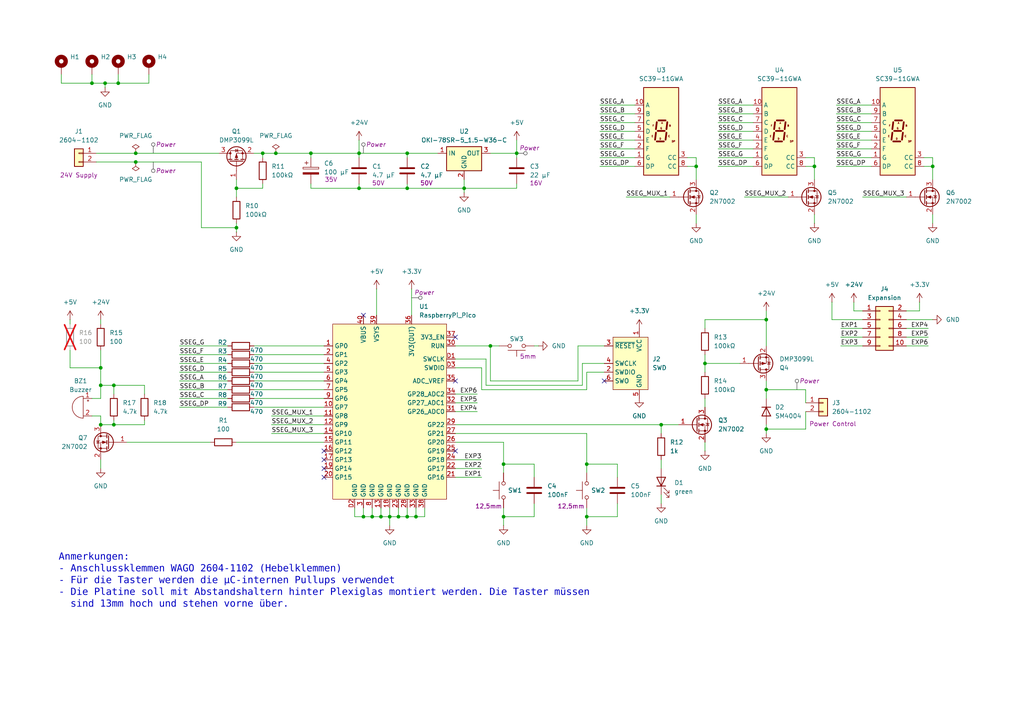
<source format=kicad_sch>
(kicad_sch
	(version 20231120)
	(generator "eeschema")
	(generator_version "8.0")
	(uuid "afca8e98-a22e-4403-8b2a-7f29feadfe90")
	(paper "A4")
	(title_block
		(title "ZAM Power Timer")
		(date "2024-04-14")
		(rev "A")
		(company "ZAM")
		(comment 1 "Created by Thomas Kolb")
	)
	
	(junction
		(at 104.14 44.45)
		(diameter 0)
		(color 0 0 0 0)
		(uuid "04ba534d-ac48-4f45-8030-d66f851b3e7b")
	)
	(junction
		(at 39.37 44.45)
		(diameter 0)
		(color 0 0 0 0)
		(uuid "08e6a6b1-d711-4030-8720-e77cbf460044")
	)
	(junction
		(at 29.21 106.68)
		(diameter 0)
		(color 0 0 0 0)
		(uuid "0c2c6345-20bd-4710-b9e1-4ddfded59fd9")
	)
	(junction
		(at 149.86 44.45)
		(diameter 0)
		(color 0 0 0 0)
		(uuid "1078707e-c971-4754-885b-0f9d1fef7454")
	)
	(junction
		(at 120.65 149.86)
		(diameter 0)
		(color 0 0 0 0)
		(uuid "12a528f0-9cb1-4dc8-a7b9-8835f168b391")
	)
	(junction
		(at 134.62 54.61)
		(diameter 0)
		(color 0 0 0 0)
		(uuid "1534d312-0f14-4502-838e-9605c82fc7f2")
	)
	(junction
		(at 33.02 111.76)
		(diameter 0)
		(color 0 0 0 0)
		(uuid "1975694d-c710-4afc-86ba-8aa0e50e36f0")
	)
	(junction
		(at 39.37 46.99)
		(diameter 0)
		(color 0 0 0 0)
		(uuid "1e71bd7b-3f0f-4355-9fee-9924144602c0")
	)
	(junction
		(at 107.95 149.86)
		(diameter 0)
		(color 0 0 0 0)
		(uuid "27de567f-620e-43cc-887e-59808c476ea3")
	)
	(junction
		(at 34.29 24.13)
		(diameter 0)
		(color 0 0 0 0)
		(uuid "380be209-0c7e-4d53-bdb3-60b0d78af862")
	)
	(junction
		(at 104.14 54.61)
		(diameter 0)
		(color 0 0 0 0)
		(uuid "46821dca-a4f0-40a0-99fb-eb5dcdad6715")
	)
	(junction
		(at 30.48 24.13)
		(diameter 0)
		(color 0 0 0 0)
		(uuid "4b0c4393-63f4-4147-87cd-5764131b0e93")
	)
	(junction
		(at 204.47 105.41)
		(diameter 0)
		(color 0 0 0 0)
		(uuid "55d22eda-bdd0-4dca-9ede-6fe4f62d9942")
	)
	(junction
		(at 222.25 92.71)
		(diameter 0)
		(color 0 0 0 0)
		(uuid "583db88b-e0cc-47d4-b5c4-7e275c8e9c73")
	)
	(junction
		(at 33.02 123.19)
		(diameter 0)
		(color 0 0 0 0)
		(uuid "5a757659-b287-477f-8749-fe5d765c9004")
	)
	(junction
		(at 68.58 54.61)
		(diameter 0)
		(color 0 0 0 0)
		(uuid "617f160e-07e1-4700-9e75-4a3fa18af916")
	)
	(junction
		(at 68.58 66.04)
		(diameter 0)
		(color 0 0 0 0)
		(uuid "63f4af83-e489-43ba-9441-dfad079f2dda")
	)
	(junction
		(at 146.05 149.86)
		(diameter 0)
		(color 0 0 0 0)
		(uuid "661e4c38-0d85-4002-a54a-37616111581e")
	)
	(junction
		(at 142.24 100.33)
		(diameter 0)
		(color 0 0 0 0)
		(uuid "6ee351b7-7772-43b0-af5a-764e4b316482")
	)
	(junction
		(at 29.21 111.76)
		(diameter 0)
		(color 0 0 0 0)
		(uuid "6fff3b35-ed10-44fe-805f-18f3a6323ba3")
	)
	(junction
		(at 76.2 44.45)
		(diameter 0)
		(color 0 0 0 0)
		(uuid "701c247a-6291-480f-8062-5ae47c04bf73")
	)
	(junction
		(at 118.11 54.61)
		(diameter 0)
		(color 0 0 0 0)
		(uuid "712ed22c-1d57-4f77-a764-d7404710b515")
	)
	(junction
		(at 29.21 123.19)
		(diameter 0)
		(color 0 0 0 0)
		(uuid "74a98bf9-cf7c-4c1f-b980-2ea2f66ac8b5")
	)
	(junction
		(at 90.17 44.45)
		(diameter 0)
		(color 0 0 0 0)
		(uuid "88bc7b4b-f9e3-4ee8-9ddd-07023dd0d4fc")
	)
	(junction
		(at 170.18 149.86)
		(diameter 0)
		(color 0 0 0 0)
		(uuid "8a75c8bd-e48e-42a8-b207-90bc559f4d2b")
	)
	(junction
		(at 105.41 149.86)
		(diameter 0)
		(color 0 0 0 0)
		(uuid "9a7f0ffd-96b9-429a-a9dc-9f8a3619a57e")
	)
	(junction
		(at 80.01 44.45)
		(diameter 0)
		(color 0 0 0 0)
		(uuid "9cd850b1-b7a5-42fd-a7ca-d08ef4c5ffc8")
	)
	(junction
		(at 201.93 48.26)
		(diameter 0)
		(color 0 0 0 0)
		(uuid "b0f70d36-dfca-4b8d-9622-43e345cd8e00")
	)
	(junction
		(at 222.25 124.46)
		(diameter 0)
		(color 0 0 0 0)
		(uuid "b2beed38-2436-4965-a974-5bed4a35b075")
	)
	(junction
		(at 146.05 134.62)
		(diameter 0)
		(color 0 0 0 0)
		(uuid "c2eda2d8-06be-4983-a76e-bb7188f32998")
	)
	(junction
		(at 118.11 149.86)
		(diameter 0)
		(color 0 0 0 0)
		(uuid "c5f55f04-4cab-4ebe-8846-155554d7717b")
	)
	(junction
		(at 113.03 149.86)
		(diameter 0)
		(color 0 0 0 0)
		(uuid "c9ef5fe4-a7eb-4b75-ae54-5b0e277fab9c")
	)
	(junction
		(at 270.51 48.26)
		(diameter 0)
		(color 0 0 0 0)
		(uuid "cdaaa3e3-781e-49bb-b39c-7ecd2cf74e9c")
	)
	(junction
		(at 170.18 134.62)
		(diameter 0)
		(color 0 0 0 0)
		(uuid "d091a5c7-c06e-4182-968c-b31c515bd59a")
	)
	(junction
		(at 26.67 24.13)
		(diameter 0)
		(color 0 0 0 0)
		(uuid "dd0b418a-4e60-4d62-819d-4d2f9a0444ac")
	)
	(junction
		(at 110.49 149.86)
		(diameter 0)
		(color 0 0 0 0)
		(uuid "e2796003-f19a-49a6-90e3-0feea3fd4ad2")
	)
	(junction
		(at 118.11 44.45)
		(diameter 0)
		(color 0 0 0 0)
		(uuid "e50bad2a-90bc-4c2f-bbd6-3db14a03db25")
	)
	(junction
		(at 115.57 149.86)
		(diameter 0)
		(color 0 0 0 0)
		(uuid "f26f6c86-d352-47c5-9b49-cb26640f631e")
	)
	(junction
		(at 236.22 48.26)
		(diameter 0)
		(color 0 0 0 0)
		(uuid "f5b35291-f5b7-48ea-bb5b-203bd2808353")
	)
	(junction
		(at 222.25 113.03)
		(diameter 0)
		(color 0 0 0 0)
		(uuid "f822b74a-2a1b-4d0a-b89e-52b738450fcc")
	)
	(junction
		(at 191.77 123.19)
		(diameter 0)
		(color 0 0 0 0)
		(uuid "fa4a320d-1214-4c14-9cab-2e4dd3e2006e")
	)
	(no_connect
		(at 93.98 138.43)
		(uuid "0c4f5a47-343c-4b96-a022-8f680045d6d9")
	)
	(no_connect
		(at 93.98 133.35)
		(uuid "0d515197-8fd4-444a-9c58-20674f6b1eaa")
	)
	(no_connect
		(at 175.26 110.49)
		(uuid "5879b7bc-faad-4af6-94f5-51eb58e64b9c")
	)
	(no_connect
		(at 105.41 91.44)
		(uuid "5d36e481-0ebc-49ab-8491-8c22a0c26d7a")
	)
	(no_connect
		(at 132.08 110.49)
		(uuid "67466f1d-7f51-41fb-9fed-3ca5b2ece2ac")
	)
	(no_connect
		(at 132.08 97.79)
		(uuid "6ca47fe8-1cb1-4ea6-96b0-c8aac21368ce")
	)
	(no_connect
		(at 93.98 135.89)
		(uuid "84259701-853f-4c99-b6dd-9721fc90c18a")
	)
	(no_connect
		(at 132.08 130.81)
		(uuid "882625e6-2cd2-4b29-ada6-4dff0c5a4dd0")
	)
	(no_connect
		(at 93.98 130.81)
		(uuid "9a2e1bfc-ed5b-4a2e-aaa1-2fdb1c9e294f")
	)
	(wire
		(pts
			(xy 90.17 44.45) (xy 104.14 44.45)
		)
		(stroke
			(width 0)
			(type default)
		)
		(uuid "0058d295-d34c-4217-8b09-5279de8220f7")
	)
	(wire
		(pts
			(xy 149.86 44.45) (xy 149.86 45.72)
		)
		(stroke
			(width 0)
			(type default)
		)
		(uuid "01f34074-45b6-4cfd-8c9b-17f0a2d3cac0")
	)
	(wire
		(pts
			(xy 90.17 54.61) (xy 104.14 54.61)
		)
		(stroke
			(width 0)
			(type default)
		)
		(uuid "02ece74e-1af1-4594-9ecf-0d9f41af39ba")
	)
	(wire
		(pts
			(xy 52.07 118.11) (xy 66.04 118.11)
		)
		(stroke
			(width 0)
			(type default)
		)
		(uuid "030d34e9-9041-46d3-8a8e-018a3105baa2")
	)
	(wire
		(pts
			(xy 222.25 110.49) (xy 222.25 113.03)
		)
		(stroke
			(width 0)
			(type default)
		)
		(uuid "0370c926-e8ff-46dc-8365-06d4d06e7497")
	)
	(wire
		(pts
			(xy 243.84 97.79) (xy 250.19 97.79)
		)
		(stroke
			(width 0)
			(type default)
		)
		(uuid "064a0297-caf2-4351-9af3-908facdd37a2")
	)
	(wire
		(pts
			(xy 170.18 125.73) (xy 170.18 134.62)
		)
		(stroke
			(width 0)
			(type default)
		)
		(uuid "06e5bc85-6faa-4a20-8466-1c2b1b55035f")
	)
	(wire
		(pts
			(xy 33.02 123.19) (xy 29.21 123.19)
		)
		(stroke
			(width 0)
			(type default)
		)
		(uuid "07d47633-b014-49e9-bf19-c4b8ffb1280f")
	)
	(wire
		(pts
			(xy 17.78 24.13) (xy 26.67 24.13)
		)
		(stroke
			(width 0)
			(type default)
		)
		(uuid "0b0e786d-4807-4927-9b99-f410e34336f8")
	)
	(wire
		(pts
			(xy 104.14 40.64) (xy 104.14 44.45)
		)
		(stroke
			(width 0)
			(type default)
		)
		(uuid "0b26c3ce-f1c6-4f9c-8afc-384bf219edc4")
	)
	(wire
		(pts
			(xy 170.18 107.95) (xy 170.18 113.03)
		)
		(stroke
			(width 0)
			(type default)
		)
		(uuid "0bad8f17-f933-40ec-9c7a-609a9de746ec")
	)
	(wire
		(pts
			(xy 242.57 48.26) (xy 252.73 48.26)
		)
		(stroke
			(width 0)
			(type default)
		)
		(uuid "0ffc7f87-9bf7-40b5-b52a-4cdc32cf0034")
	)
	(wire
		(pts
			(xy 132.08 104.14) (xy 140.97 104.14)
		)
		(stroke
			(width 0)
			(type default)
		)
		(uuid "11211912-9dc3-4137-8bc2-827cdaf24823")
	)
	(wire
		(pts
			(xy 73.66 110.49) (xy 93.98 110.49)
		)
		(stroke
			(width 0)
			(type default)
		)
		(uuid "11b9cad7-7652-4718-8edf-3556092047c3")
	)
	(wire
		(pts
			(xy 104.14 53.34) (xy 104.14 54.61)
		)
		(stroke
			(width 0)
			(type default)
		)
		(uuid "1345f266-fc2d-4d25-8e37-3d69b2c052da")
	)
	(wire
		(pts
			(xy 118.11 44.45) (xy 118.11 45.72)
		)
		(stroke
			(width 0)
			(type default)
		)
		(uuid "13b28ed4-f9e0-4014-bf95-77e2095ee843")
	)
	(wire
		(pts
			(xy 222.25 100.33) (xy 222.25 92.71)
		)
		(stroke
			(width 0)
			(type default)
		)
		(uuid "13e9bbe1-31c1-4cbe-a4b3-cd1dc5982e2b")
	)
	(wire
		(pts
			(xy 52.07 102.87) (xy 66.04 102.87)
		)
		(stroke
			(width 0)
			(type default)
		)
		(uuid "16c30e23-df06-469e-88e0-eead495e59ed")
	)
	(wire
		(pts
			(xy 204.47 105.41) (xy 214.63 105.41)
		)
		(stroke
			(width 0)
			(type default)
		)
		(uuid "16fb21c4-d96f-4fce-ba79-4ce68de5f0e1")
	)
	(wire
		(pts
			(xy 120.65 147.32) (xy 120.65 149.86)
		)
		(stroke
			(width 0)
			(type default)
		)
		(uuid "17066930-bc8d-44ce-aa78-151f94aa4239")
	)
	(wire
		(pts
			(xy 191.77 143.51) (xy 191.77 146.05)
		)
		(stroke
			(width 0)
			(type default)
		)
		(uuid "17d21c84-d8f6-4f83-831b-6f56ab97c4c1")
	)
	(wire
		(pts
			(xy 102.87 149.86) (xy 105.41 149.86)
		)
		(stroke
			(width 0)
			(type default)
		)
		(uuid "18ae45ee-cc49-4dc4-b445-e31da3deee37")
	)
	(wire
		(pts
			(xy 191.77 133.35) (xy 191.77 135.89)
		)
		(stroke
			(width 0)
			(type default)
		)
		(uuid "199a2bfb-4762-42eb-888c-12cf7dcec17b")
	)
	(wire
		(pts
			(xy 29.21 115.57) (xy 26.67 115.57)
		)
		(stroke
			(width 0)
			(type default)
		)
		(uuid "19c3e62b-7c5e-4a5f-9b99-95b1d15ab935")
	)
	(wire
		(pts
			(xy 73.66 102.87) (xy 93.98 102.87)
		)
		(stroke
			(width 0)
			(type default)
		)
		(uuid "1b5bbd95-be6a-4808-8a8a-9f4d4fe35bed")
	)
	(wire
		(pts
			(xy 222.25 124.46) (xy 222.25 125.73)
		)
		(stroke
			(width 0)
			(type default)
		)
		(uuid "1c57abc4-4ce3-46c2-a8cf-6bdd95611c7e")
	)
	(wire
		(pts
			(xy 173.99 33.02) (xy 184.15 33.02)
		)
		(stroke
			(width 0)
			(type default)
		)
		(uuid "1e72521a-1aa5-4c37-8062-a5be775fb2c0")
	)
	(wire
		(pts
			(xy 179.07 134.62) (xy 179.07 138.43)
		)
		(stroke
			(width 0)
			(type default)
		)
		(uuid "20014bf6-6639-4fad-aa7b-92d3868069b5")
	)
	(wire
		(pts
			(xy 215.9 57.15) (xy 228.6 57.15)
		)
		(stroke
			(width 0)
			(type default)
		)
		(uuid "20796026-e684-458b-b282-a76033fc1ae6")
	)
	(wire
		(pts
			(xy 222.25 113.03) (xy 233.68 113.03)
		)
		(stroke
			(width 0)
			(type default)
		)
		(uuid "212efba9-b13f-4530-86a6-aad4d10dff89")
	)
	(wire
		(pts
			(xy 204.47 102.87) (xy 204.47 105.41)
		)
		(stroke
			(width 0)
			(type default)
		)
		(uuid "22e44ccc-9849-4b9c-996a-095d81510bad")
	)
	(wire
		(pts
			(xy 154.94 134.62) (xy 154.94 138.43)
		)
		(stroke
			(width 0)
			(type default)
		)
		(uuid "23e14910-3b4f-4b42-932e-0909f3eea1a1")
	)
	(wire
		(pts
			(xy 104.14 45.72) (xy 104.14 44.45)
		)
		(stroke
			(width 0)
			(type default)
		)
		(uuid "23fcd339-4273-451f-be4e-0b19d7a1690c")
	)
	(wire
		(pts
			(xy 52.07 100.33) (xy 66.04 100.33)
		)
		(stroke
			(width 0)
			(type default)
		)
		(uuid "25983f4f-66d3-4ea5-84b6-332599f9b184")
	)
	(wire
		(pts
			(xy 29.21 106.68) (xy 29.21 111.76)
		)
		(stroke
			(width 0)
			(type default)
		)
		(uuid "25e047b3-0a59-4bdb-9d9b-31ca4e47f04e")
	)
	(wire
		(pts
			(xy 146.05 137.16) (xy 146.05 134.62)
		)
		(stroke
			(width 0)
			(type default)
		)
		(uuid "26c21a59-fa23-48e9-a78a-d147d824431f")
	)
	(wire
		(pts
			(xy 173.99 45.72) (xy 184.15 45.72)
		)
		(stroke
			(width 0)
			(type default)
		)
		(uuid "26c90cac-9161-4cc7-915a-4202db8cd1d4")
	)
	(wire
		(pts
			(xy 73.66 118.11) (xy 93.98 118.11)
		)
		(stroke
			(width 0)
			(type default)
		)
		(uuid "27c2cb38-f3c7-43ed-90f8-184e9bfb3d1c")
	)
	(wire
		(pts
			(xy 208.28 40.64) (xy 218.44 40.64)
		)
		(stroke
			(width 0)
			(type default)
		)
		(uuid "28caf24b-de48-462f-a441-53952da0a3a3")
	)
	(wire
		(pts
			(xy 115.57 147.32) (xy 115.57 149.86)
		)
		(stroke
			(width 0)
			(type default)
		)
		(uuid "28e69fba-0908-47ef-9cd0-8e24c713f0f4")
	)
	(wire
		(pts
			(xy 266.7 90.17) (xy 266.7 87.63)
		)
		(stroke
			(width 0)
			(type default)
		)
		(uuid "291e8972-bf6a-469c-a0ef-cb41d0012afd")
	)
	(wire
		(pts
			(xy 132.08 116.84) (xy 138.43 116.84)
		)
		(stroke
			(width 0)
			(type default)
		)
		(uuid "2a684a02-568b-4979-975e-e4c8660b8085")
	)
	(wire
		(pts
			(xy 139.7 106.68) (xy 132.08 106.68)
		)
		(stroke
			(width 0)
			(type default)
		)
		(uuid "2a9b851c-ebe9-45d9-9fdc-3f40702cdc46")
	)
	(wire
		(pts
			(xy 140.97 111.76) (xy 168.91 111.76)
		)
		(stroke
			(width 0)
			(type default)
		)
		(uuid "2d30563e-eee7-4541-a278-f62516b61a60")
	)
	(wire
		(pts
			(xy 146.05 149.86) (xy 146.05 152.4)
		)
		(stroke
			(width 0)
			(type default)
		)
		(uuid "2dd24e3a-712b-4af2-b2a1-96e105c4c218")
	)
	(wire
		(pts
			(xy 20.32 93.98) (xy 20.32 92.71)
		)
		(stroke
			(width 0)
			(type default)
		)
		(uuid "30a0ef3b-edc8-4fc7-8dd1-640845d52266")
	)
	(wire
		(pts
			(xy 175.26 100.33) (xy 167.64 100.33)
		)
		(stroke
			(width 0)
			(type default)
		)
		(uuid "311a5e83-d18b-4149-a52d-c5680a349383")
	)
	(wire
		(pts
			(xy 149.86 53.34) (xy 149.86 54.61)
		)
		(stroke
			(width 0)
			(type default)
		)
		(uuid "319bd427-5846-4c20-a82d-493cfac96151")
	)
	(wire
		(pts
			(xy 173.99 43.18) (xy 184.15 43.18)
		)
		(stroke
			(width 0)
			(type default)
		)
		(uuid "320d0564-2caa-466c-878e-f0fe751c6ffe")
	)
	(wire
		(pts
			(xy 76.2 53.34) (xy 76.2 54.61)
		)
		(stroke
			(width 0)
			(type default)
		)
		(uuid "32b2d5e3-5654-40dd-839a-4c5bb49df94d")
	)
	(wire
		(pts
			(xy 262.89 92.71) (xy 270.51 92.71)
		)
		(stroke
			(width 0)
			(type default)
		)
		(uuid "35ea3957-afe4-48c7-85c6-4f07c57884b0")
	)
	(wire
		(pts
			(xy 41.91 121.92) (xy 41.91 123.19)
		)
		(stroke
			(width 0)
			(type default)
		)
		(uuid "36ad4ac1-020c-4038-a732-b0c129828f3e")
	)
	(wire
		(pts
			(xy 118.11 147.32) (xy 118.11 149.86)
		)
		(stroke
			(width 0)
			(type default)
		)
		(uuid "375e040b-ba13-4137-a496-2759f8a16afa")
	)
	(wire
		(pts
			(xy 242.57 40.64) (xy 252.73 40.64)
		)
		(stroke
			(width 0)
			(type default)
		)
		(uuid "3b104a72-52b3-43da-ae27-b887c798fde8")
	)
	(wire
		(pts
			(xy 132.08 123.19) (xy 191.77 123.19)
		)
		(stroke
			(width 0)
			(type default)
		)
		(uuid "3b82d394-f369-46d6-b16a-0352c8cf0366")
	)
	(wire
		(pts
			(xy 132.08 100.33) (xy 142.24 100.33)
		)
		(stroke
			(width 0)
			(type default)
		)
		(uuid "3d6f73df-f151-461f-b5de-75ce7f47ee3c")
	)
	(wire
		(pts
			(xy 73.66 105.41) (xy 93.98 105.41)
		)
		(stroke
			(width 0)
			(type default)
		)
		(uuid "40ed0338-3915-432f-b69d-ba99e86f4b52")
	)
	(wire
		(pts
			(xy 154.94 149.86) (xy 146.05 149.86)
		)
		(stroke
			(width 0)
			(type default)
		)
		(uuid "41215beb-303b-4e11-a9ba-1b0d4c744073")
	)
	(wire
		(pts
			(xy 201.93 48.26) (xy 201.93 52.07)
		)
		(stroke
			(width 0)
			(type default)
		)
		(uuid "42bf9a5d-140c-4668-beab-9b2448ed726a")
	)
	(wire
		(pts
			(xy 73.66 44.45) (xy 76.2 44.45)
		)
		(stroke
			(width 0)
			(type default)
		)
		(uuid "42f306d2-d82e-4441-a1f5-1e7db3ec6969")
	)
	(wire
		(pts
			(xy 250.19 92.71) (xy 241.3 92.71)
		)
		(stroke
			(width 0)
			(type default)
		)
		(uuid "446306c0-5d32-42fa-bf75-0eb3a3379ace")
	)
	(wire
		(pts
			(xy 123.19 149.86) (xy 123.19 147.32)
		)
		(stroke
			(width 0)
			(type default)
		)
		(uuid "446557da-c882-480a-b691-6f5b0245acac")
	)
	(wire
		(pts
			(xy 68.58 54.61) (xy 68.58 52.07)
		)
		(stroke
			(width 0)
			(type default)
		)
		(uuid "4482f5a1-8129-4f60-8fbd-cb3c14a1b5a3")
	)
	(wire
		(pts
			(xy 173.99 30.48) (xy 184.15 30.48)
		)
		(stroke
			(width 0)
			(type default)
		)
		(uuid "45095800-dba4-401c-8566-d62a432c3689")
	)
	(wire
		(pts
			(xy 27.94 46.99) (xy 39.37 46.99)
		)
		(stroke
			(width 0)
			(type default)
		)
		(uuid "45edf6ff-4410-43e4-86a7-25a8bea9dce0")
	)
	(wire
		(pts
			(xy 118.11 54.61) (xy 134.62 54.61)
		)
		(stroke
			(width 0)
			(type default)
		)
		(uuid "47c00b94-6749-462e-94bf-a1ba6faf4315")
	)
	(wire
		(pts
			(xy 243.84 100.33) (xy 250.19 100.33)
		)
		(stroke
			(width 0)
			(type default)
		)
		(uuid "49c19f2c-9c26-4206-8350-508aeeda4374")
	)
	(wire
		(pts
			(xy 199.39 45.72) (xy 201.93 45.72)
		)
		(stroke
			(width 0)
			(type default)
		)
		(uuid "4c4e3f4f-d8e4-473d-8257-6c824b93292a")
	)
	(wire
		(pts
			(xy 142.24 44.45) (xy 149.86 44.45)
		)
		(stroke
			(width 0)
			(type default)
		)
		(uuid "4e1c6bc0-f240-441a-99c8-786a4bab8ab0")
	)
	(wire
		(pts
			(xy 208.28 43.18) (xy 218.44 43.18)
		)
		(stroke
			(width 0)
			(type default)
		)
		(uuid "50e8ac79-162b-4bf2-8590-8ddc19778c28")
	)
	(wire
		(pts
			(xy 247.65 90.17) (xy 247.65 87.63)
		)
		(stroke
			(width 0)
			(type default)
		)
		(uuid "52330024-f3aa-4ce0-b72e-ab38e4bfc2b1")
	)
	(wire
		(pts
			(xy 132.08 133.35) (xy 139.7 133.35)
		)
		(stroke
			(width 0)
			(type default)
		)
		(uuid "527a8957-c3df-4c83-8633-e97d2e8c37ad")
	)
	(wire
		(pts
			(xy 58.42 46.99) (xy 58.42 66.04)
		)
		(stroke
			(width 0)
			(type default)
		)
		(uuid "5365bbe4-4ba4-490e-9f54-0dd7a955835c")
	)
	(wire
		(pts
			(xy 181.61 57.15) (xy 194.31 57.15)
		)
		(stroke
			(width 0)
			(type default)
		)
		(uuid "55ff4eab-2812-426b-8a35-d6bf9a15ed93")
	)
	(wire
		(pts
			(xy 208.28 33.02) (xy 218.44 33.02)
		)
		(stroke
			(width 0)
			(type default)
		)
		(uuid "567aa81e-b2de-48e2-afa3-1b9b23ad1d39")
	)
	(wire
		(pts
			(xy 17.78 21.59) (xy 17.78 24.13)
		)
		(stroke
			(width 0)
			(type default)
		)
		(uuid "56f26f92-bb93-45fb-b74f-5c36879c5386")
	)
	(wire
		(pts
			(xy 29.21 92.71) (xy 29.21 93.98)
		)
		(stroke
			(width 0)
			(type default)
		)
		(uuid "589641f3-8029-48f3-9773-ed3a70eef0da")
	)
	(wire
		(pts
			(xy 242.57 45.72) (xy 252.73 45.72)
		)
		(stroke
			(width 0)
			(type default)
		)
		(uuid "58f95315-0889-4c94-a3ef-888aef8ad776")
	)
	(wire
		(pts
			(xy 29.21 135.89) (xy 29.21 133.35)
		)
		(stroke
			(width 0)
			(type default)
		)
		(uuid "5ae233c2-153e-4e14-88fc-e7a839c16763")
	)
	(wire
		(pts
			(xy 73.66 107.95) (xy 93.98 107.95)
		)
		(stroke
			(width 0)
			(type default)
		)
		(uuid "5b708856-4136-4f19-9101-0997af548a24")
	)
	(wire
		(pts
			(xy 78.74 120.65) (xy 93.98 120.65)
		)
		(stroke
			(width 0)
			(type default)
		)
		(uuid "5ba5cd74-3cab-4330-b03d-8154d53cc97e")
	)
	(wire
		(pts
			(xy 104.14 44.45) (xy 118.11 44.45)
		)
		(stroke
			(width 0)
			(type default)
		)
		(uuid "5cc48a19-b9b1-44a4-b058-d994f2e9cb87")
	)
	(wire
		(pts
			(xy 170.18 149.86) (xy 170.18 152.4)
		)
		(stroke
			(width 0)
			(type default)
		)
		(uuid "5ccc6e30-ffb3-4450-9c66-23c0ae547aa1")
	)
	(wire
		(pts
			(xy 29.21 101.6) (xy 29.21 106.68)
		)
		(stroke
			(width 0)
			(type default)
		)
		(uuid "5d1722f8-58bc-44f5-b6b4-df47b821d6fe")
	)
	(wire
		(pts
			(xy 113.03 147.32) (xy 113.03 149.86)
		)
		(stroke
			(width 0)
			(type default)
		)
		(uuid "5dc96feb-1058-4a54-9ba8-56aadb8940b8")
	)
	(wire
		(pts
			(xy 204.47 92.71) (xy 204.47 95.25)
		)
		(stroke
			(width 0)
			(type default)
		)
		(uuid "613af686-a167-473d-8001-619c11813281")
	)
	(wire
		(pts
			(xy 250.19 57.15) (xy 262.89 57.15)
		)
		(stroke
			(width 0)
			(type default)
		)
		(uuid "6223d129-b6bd-4b71-b3c9-2d2bce161ab5")
	)
	(wire
		(pts
			(xy 139.7 113.03) (xy 139.7 106.68)
		)
		(stroke
			(width 0)
			(type default)
		)
		(uuid "63a48c3e-2cb0-42b6-9170-08a136c5ac70")
	)
	(wire
		(pts
			(xy 243.84 95.25) (xy 250.19 95.25)
		)
		(stroke
			(width 0)
			(type default)
		)
		(uuid "6419e701-4eea-4a0e-8bb0-5661669766db")
	)
	(wire
		(pts
			(xy 120.65 149.86) (xy 123.19 149.86)
		)
		(stroke
			(width 0)
			(type default)
		)
		(uuid "64d0bdf9-09ab-4377-a9a4-c46a3465c9b3")
	)
	(wire
		(pts
			(xy 140.97 104.14) (xy 140.97 111.76)
		)
		(stroke
			(width 0)
			(type default)
		)
		(uuid "6537646a-7e58-449f-a683-b2e022f12ea0")
	)
	(wire
		(pts
			(xy 119.38 83.82) (xy 119.38 91.44)
		)
		(stroke
			(width 0)
			(type default)
		)
		(uuid "6570f34b-6954-4104-bf87-92a545762c5e")
	)
	(wire
		(pts
			(xy 33.02 111.76) (xy 41.91 111.76)
		)
		(stroke
			(width 0)
			(type default)
		)
		(uuid "6761b6dc-2a72-4f0e-81b1-42fe52291f9c")
	)
	(wire
		(pts
			(xy 233.68 45.72) (xy 236.22 45.72)
		)
		(stroke
			(width 0)
			(type default)
		)
		(uuid "67b269d6-9d07-4705-9fa3-f7516a1eb51f")
	)
	(wire
		(pts
			(xy 208.28 35.56) (xy 218.44 35.56)
		)
		(stroke
			(width 0)
			(type default)
		)
		(uuid "6980f6fe-624b-4429-aa3a-e1529e71067f")
	)
	(wire
		(pts
			(xy 134.62 52.07) (xy 134.62 54.61)
		)
		(stroke
			(width 0)
			(type default)
		)
		(uuid "69866efc-555c-478b-bdaf-46b6f85ab816")
	)
	(wire
		(pts
			(xy 233.68 113.03) (xy 233.68 116.84)
		)
		(stroke
			(width 0)
			(type default)
		)
		(uuid "69cca8e1-0bee-4e28-b925-4263290e874a")
	)
	(wire
		(pts
			(xy 41.91 123.19) (xy 33.02 123.19)
		)
		(stroke
			(width 0)
			(type default)
		)
		(uuid "6cc7ec72-8866-4599-bd06-4eb9553457b5")
	)
	(wire
		(pts
			(xy 154.94 146.05) (xy 154.94 149.86)
		)
		(stroke
			(width 0)
			(type default)
		)
		(uuid "6e65ae84-711b-4339-9e73-9c73923c72b2")
	)
	(wire
		(pts
			(xy 132.08 138.43) (xy 139.7 138.43)
		)
		(stroke
			(width 0)
			(type default)
		)
		(uuid "6f77a121-7239-4592-9513-b8286b4b3cf1")
	)
	(wire
		(pts
			(xy 80.01 44.45) (xy 90.17 44.45)
		)
		(stroke
			(width 0)
			(type default)
		)
		(uuid "70a6df61-a2cd-43a8-bd08-469ae1aac9ad")
	)
	(wire
		(pts
			(xy 236.22 62.23) (xy 236.22 64.77)
		)
		(stroke
			(width 0)
			(type default)
		)
		(uuid "717bfb4e-f693-4d7d-9150-c4d3953b491c")
	)
	(wire
		(pts
			(xy 33.02 114.3) (xy 33.02 111.76)
		)
		(stroke
			(width 0)
			(type default)
		)
		(uuid "7189017b-ab85-463e-81dd-64d90db7059b")
	)
	(wire
		(pts
			(xy 146.05 128.27) (xy 146.05 134.62)
		)
		(stroke
			(width 0)
			(type default)
		)
		(uuid "726b10e1-164c-404e-9567-95be77c49330")
	)
	(wire
		(pts
			(xy 236.22 45.72) (xy 236.22 48.26)
		)
		(stroke
			(width 0)
			(type default)
		)
		(uuid "73618ce2-87fb-455d-b7c2-84508f3a9931")
	)
	(wire
		(pts
			(xy 242.57 35.56) (xy 252.73 35.56)
		)
		(stroke
			(width 0)
			(type default)
		)
		(uuid "73aa1985-5eab-480e-a3de-3f9fc35e2f99")
	)
	(wire
		(pts
			(xy 179.07 146.05) (xy 179.07 149.86)
		)
		(stroke
			(width 0)
			(type default)
		)
		(uuid "75e7dff9-225c-4032-aa39-c4b1200ec25e")
	)
	(wire
		(pts
			(xy 199.39 48.26) (xy 201.93 48.26)
		)
		(stroke
			(width 0)
			(type default)
		)
		(uuid "760edc9a-9569-4c51-b56d-138096cdb544")
	)
	(wire
		(pts
			(xy 39.37 44.45) (xy 63.5 44.45)
		)
		(stroke
			(width 0)
			(type default)
		)
		(uuid "78e0e574-eaa3-4863-95f2-08c320017a65")
	)
	(wire
		(pts
			(xy 233.68 124.46) (xy 222.25 124.46)
		)
		(stroke
			(width 0)
			(type default)
		)
		(uuid "79f41c79-095a-4ec4-aa1b-8a243426028f")
	)
	(wire
		(pts
			(xy 267.97 45.72) (xy 270.51 45.72)
		)
		(stroke
			(width 0)
			(type default)
		)
		(uuid "7ae27a55-b051-497d-ac0a-df911331e7a2")
	)
	(wire
		(pts
			(xy 222.25 113.03) (xy 222.25 115.57)
		)
		(stroke
			(width 0)
			(type default)
		)
		(uuid "7bc85bde-501f-4616-aaa2-5d0e7e20ac71")
	)
	(wire
		(pts
			(xy 132.08 135.89) (xy 139.7 135.89)
		)
		(stroke
			(width 0)
			(type default)
		)
		(uuid "7bd9556c-7a34-4ee5-a8c3-11c1ed60facf")
	)
	(wire
		(pts
			(xy 110.49 147.32) (xy 110.49 149.86)
		)
		(stroke
			(width 0)
			(type default)
		)
		(uuid "7c6ea2f7-bce7-4f5e-9c50-c8f08768ee0b")
	)
	(wire
		(pts
			(xy 20.32 106.68) (xy 29.21 106.68)
		)
		(stroke
			(width 0)
			(type default)
		)
		(uuid "8048ac8e-9732-4cf2-8a00-ff46a9651c18")
	)
	(wire
		(pts
			(xy 115.57 149.86) (xy 118.11 149.86)
		)
		(stroke
			(width 0)
			(type default)
		)
		(uuid "8083807c-6c0c-4266-9211-ca7109007141")
	)
	(wire
		(pts
			(xy 191.77 123.19) (xy 191.77 125.73)
		)
		(stroke
			(width 0)
			(type default)
		)
		(uuid "810a8a18-ca8c-4283-a7ab-141a4dcb9050")
	)
	(wire
		(pts
			(xy 109.22 83.82) (xy 109.22 91.44)
		)
		(stroke
			(width 0)
			(type default)
		)
		(uuid "81277139-db89-4e41-9763-0df330c6bb2c")
	)
	(wire
		(pts
			(xy 26.67 21.59) (xy 26.67 24.13)
		)
		(stroke
			(width 0)
			(type default)
		)
		(uuid "8156c4ba-d206-4d33-91f2-4d42fec61bfe")
	)
	(wire
		(pts
			(xy 208.28 38.1) (xy 218.44 38.1)
		)
		(stroke
			(width 0)
			(type default)
		)
		(uuid "81e7d6a6-574b-474d-80c6-2d3a73269358")
	)
	(wire
		(pts
			(xy 30.48 24.13) (xy 34.29 24.13)
		)
		(stroke
			(width 0)
			(type default)
		)
		(uuid "8319d0a9-b033-4198-ab74-e865f7235e4b")
	)
	(wire
		(pts
			(xy 34.29 21.59) (xy 34.29 24.13)
		)
		(stroke
			(width 0)
			(type default)
		)
		(uuid "8329abea-c9d2-43c7-a059-507764b8f2bd")
	)
	(wire
		(pts
			(xy 175.26 107.95) (xy 170.18 107.95)
		)
		(stroke
			(width 0)
			(type default)
		)
		(uuid "863d7905-69bd-4e8e-b1a3-beb7bc4608a3")
	)
	(wire
		(pts
			(xy 68.58 54.61) (xy 68.58 57.15)
		)
		(stroke
			(width 0)
			(type default)
		)
		(uuid "870a21ed-460d-4c0f-8d3b-f86bf8883cd3")
	)
	(wire
		(pts
			(xy 118.11 53.34) (xy 118.11 54.61)
		)
		(stroke
			(width 0)
			(type default)
		)
		(uuid "872bf22b-3d04-45b9-8174-3f567cda162d")
	)
	(wire
		(pts
			(xy 270.51 45.72) (xy 270.51 48.26)
		)
		(stroke
			(width 0)
			(type default)
		)
		(uuid "886eb9e3-2199-4e68-b2f5-6ea3d4a8899d")
	)
	(wire
		(pts
			(xy 90.17 53.34) (xy 90.17 54.61)
		)
		(stroke
			(width 0)
			(type default)
		)
		(uuid "89696f07-2d36-44e5-9a7c-ac2c73d22582")
	)
	(wire
		(pts
			(xy 168.91 105.41) (xy 175.26 105.41)
		)
		(stroke
			(width 0)
			(type default)
		)
		(uuid "89b6bdaa-e03a-4fe6-b398-15b943536565")
	)
	(wire
		(pts
			(xy 156.21 100.33) (xy 154.94 100.33)
		)
		(stroke
			(width 0)
			(type default)
		)
		(uuid "8bc5d729-0b0e-4afa-adbb-b74b0a827ea1")
	)
	(wire
		(pts
			(xy 26.67 120.65) (xy 29.21 120.65)
		)
		(stroke
			(width 0)
			(type default)
		)
		(uuid "8cf777ce-12af-40aa-a2ec-890454b50d28")
	)
	(wire
		(pts
			(xy 132.08 125.73) (xy 170.18 125.73)
		)
		(stroke
			(width 0)
			(type default)
		)
		(uuid "8db1c7c6-55f7-459f-863e-34c25057e7db")
	)
	(wire
		(pts
			(xy 208.28 30.48) (xy 218.44 30.48)
		)
		(stroke
			(width 0)
			(type default)
		)
		(uuid "8e1fc451-5bdb-4777-af10-04df6b0660da")
	)
	(wire
		(pts
			(xy 73.66 115.57) (xy 93.98 115.57)
		)
		(stroke
			(width 0)
			(type default)
		)
		(uuid "9041606c-2794-451f-b74f-42629354b4e0")
	)
	(wire
		(pts
			(xy 105.41 147.32) (xy 105.41 149.86)
		)
		(stroke
			(width 0)
			(type default)
		)
		(uuid "906ae41c-61f1-4837-994a-a8fe700efc9b")
	)
	(wire
		(pts
			(xy 118.11 44.45) (xy 127 44.45)
		)
		(stroke
			(width 0)
			(type default)
		)
		(uuid "9198cb27-8769-4924-bb26-caae51472336")
	)
	(wire
		(pts
			(xy 132.08 119.38) (xy 138.43 119.38)
		)
		(stroke
			(width 0)
			(type default)
		)
		(uuid "925bd1fc-839e-4022-8ea5-d23adfcb642d")
	)
	(wire
		(pts
			(xy 167.64 100.33) (xy 167.64 110.49)
		)
		(stroke
			(width 0)
			(type default)
		)
		(uuid "9302d07f-1cf4-4c17-b288-1b19f71011e3")
	)
	(wire
		(pts
			(xy 26.67 24.13) (xy 30.48 24.13)
		)
		(stroke
			(width 0)
			(type default)
		)
		(uuid "93e98fa4-dabd-44f6-a915-40d957811a05")
	)
	(wire
		(pts
			(xy 173.99 48.26) (xy 184.15 48.26)
		)
		(stroke
			(width 0)
			(type default)
		)
		(uuid "941bc968-4d09-491f-b733-8806d5a2c7fa")
	)
	(wire
		(pts
			(xy 170.18 113.03) (xy 139.7 113.03)
		)
		(stroke
			(width 0)
			(type default)
		)
		(uuid "9617883d-3d3d-4d53-8ff3-7ff270a4fa14")
	)
	(wire
		(pts
			(xy 102.87 147.32) (xy 102.87 149.86)
		)
		(stroke
			(width 0)
			(type default)
		)
		(uuid "96bdf1e9-689f-4891-ad0f-57f7fe05c810")
	)
	(wire
		(pts
			(xy 105.41 149.86) (xy 107.95 149.86)
		)
		(stroke
			(width 0)
			(type default)
		)
		(uuid "9751e49d-395c-43a3-b7a5-ea16d7476fba")
	)
	(wire
		(pts
			(xy 52.07 110.49) (xy 66.04 110.49)
		)
		(stroke
			(width 0)
			(type default)
		)
		(uuid "97c28edc-9125-442a-b3f0-2a0dac7c9b44")
	)
	(wire
		(pts
			(xy 134.62 54.61) (xy 134.62 55.88)
		)
		(stroke
			(width 0)
			(type default)
		)
		(uuid "97e8b2e6-5901-4fbf-943d-8e612bd6a0f0")
	)
	(wire
		(pts
			(xy 132.08 128.27) (xy 146.05 128.27)
		)
		(stroke
			(width 0)
			(type default)
		)
		(uuid "98d27e94-2653-436d-b042-a8a331b047ad")
	)
	(wire
		(pts
			(xy 90.17 44.45) (xy 90.17 45.72)
		)
		(stroke
			(width 0)
			(type default)
		)
		(uuid "99f9806c-8545-425e-8c3a-2ee092281a8c")
	)
	(wire
		(pts
			(xy 201.93 45.72) (xy 201.93 48.26)
		)
		(stroke
			(width 0)
			(type default)
		)
		(uuid "9a6fc89b-442e-4940-a201-4388021a99c3")
	)
	(wire
		(pts
			(xy 179.07 149.86) (xy 170.18 149.86)
		)
		(stroke
			(width 0)
			(type default)
		)
		(uuid "9bc21d42-cd43-41e4-a86e-d3e952dcff57")
	)
	(wire
		(pts
			(xy 36.83 128.27) (xy 60.96 128.27)
		)
		(stroke
			(width 0)
			(type default)
		)
		(uuid "9c77597c-066c-4311-ba83-138e40d6964a")
	)
	(wire
		(pts
			(xy 222.25 90.17) (xy 222.25 92.71)
		)
		(stroke
			(width 0)
			(type default)
		)
		(uuid "9ec731a0-5de9-4dc0-828a-cb2c7145ec0f")
	)
	(wire
		(pts
			(xy 73.66 113.03) (xy 93.98 113.03)
		)
		(stroke
			(width 0)
			(type default)
		)
		(uuid "9f0980f2-1472-4d00-8af5-826cac20fe8a")
	)
	(wire
		(pts
			(xy 270.51 62.23) (xy 270.51 64.77)
		)
		(stroke
			(width 0)
			(type default)
		)
		(uuid "9f2c7ed8-93bc-4313-b255-bfb420990b02")
	)
	(wire
		(pts
			(xy 201.93 62.23) (xy 201.93 64.77)
		)
		(stroke
			(width 0)
			(type default)
		)
		(uuid "9f80a122-3fcc-4027-8b89-996270ee11d5")
	)
	(wire
		(pts
			(xy 132.08 114.3) (xy 138.43 114.3)
		)
		(stroke
			(width 0)
			(type default)
		)
		(uuid "a0d2ac2f-edcf-4332-b5ca-40a0c12ef5bc")
	)
	(wire
		(pts
			(xy 222.25 92.71) (xy 204.47 92.71)
		)
		(stroke
			(width 0)
			(type default)
		)
		(uuid "a1190158-c960-4c56-9761-015b22249725")
	)
	(wire
		(pts
			(xy 27.94 44.45) (xy 39.37 44.45)
		)
		(stroke
			(width 0)
			(type default)
		)
		(uuid "a266a584-8e08-49c9-8407-2e919e2d518f")
	)
	(wire
		(pts
			(xy 204.47 105.41) (xy 204.47 107.95)
		)
		(stroke
			(width 0)
			(type default)
		)
		(uuid "a6d2c314-fb6c-4849-9d1f-fb91240910e5")
	)
	(wire
		(pts
			(xy 233.68 119.38) (xy 233.68 124.46)
		)
		(stroke
			(width 0)
			(type default)
		)
		(uuid "a9d5430b-eb8f-4348-991e-84412dfafcdd")
	)
	(wire
		(pts
			(xy 233.68 48.26) (xy 236.22 48.26)
		)
		(stroke
			(width 0)
			(type default)
		)
		(uuid "ab599828-f7d6-4ec5-b18b-4b032c0338b0")
	)
	(wire
		(pts
			(xy 146.05 149.86) (xy 146.05 147.32)
		)
		(stroke
			(width 0)
			(type default)
		)
		(uuid "ac859684-e0c6-4adc-9af6-261f0eed25b2")
	)
	(wire
		(pts
			(xy 33.02 111.76) (xy 29.21 111.76)
		)
		(stroke
			(width 0)
			(type default)
		)
		(uuid "ad320cf3-7ca2-4a42-beb8-b4b4df3da7e3")
	)
	(wire
		(pts
			(xy 173.99 35.56) (xy 184.15 35.56)
		)
		(stroke
			(width 0)
			(type default)
		)
		(uuid "adc5f95b-03c3-4eec-b14f-97577685ea56")
	)
	(wire
		(pts
			(xy 73.66 100.33) (xy 93.98 100.33)
		)
		(stroke
			(width 0)
			(type default)
		)
		(uuid "b0d7fe0f-8ab0-49dd-ab55-d3a74f4217c5")
	)
	(wire
		(pts
			(xy 76.2 54.61) (xy 68.58 54.61)
		)
		(stroke
			(width 0)
			(type default)
		)
		(uuid "b4097395-9993-441a-bd54-1507fe1a640e")
	)
	(wire
		(pts
			(xy 208.28 48.26) (xy 218.44 48.26)
		)
		(stroke
			(width 0)
			(type default)
		)
		(uuid "b4892e23-7e54-4317-b6ce-159b2edb8787")
	)
	(wire
		(pts
			(xy 52.07 113.03) (xy 66.04 113.03)
		)
		(stroke
			(width 0)
			(type default)
		)
		(uuid "b501c3d7-1999-4430-8b42-bc2f38ddaf47")
	)
	(wire
		(pts
			(xy 262.89 97.79) (xy 269.24 97.79)
		)
		(stroke
			(width 0)
			(type default)
		)
		(uuid "b6ab4a30-25af-4b68-9ca5-42251c688f8f")
	)
	(wire
		(pts
			(xy 267.97 48.26) (xy 270.51 48.26)
		)
		(stroke
			(width 0)
			(type default)
		)
		(uuid "b7070286-2a58-475b-8374-32fc4c7b456b")
	)
	(wire
		(pts
			(xy 149.86 44.45) (xy 149.86 40.64)
		)
		(stroke
			(width 0)
			(type default)
		)
		(uuid "b7293e4d-d677-4b5b-8395-05bcd554c163")
	)
	(wire
		(pts
			(xy 170.18 137.16) (xy 170.18 134.62)
		)
		(stroke
			(width 0)
			(type default)
		)
		(uuid "b818f251-ba2d-4f50-bb27-54334efd63ea")
	)
	(wire
		(pts
			(xy 110.49 149.86) (xy 113.03 149.86)
		)
		(stroke
			(width 0)
			(type default)
		)
		(uuid "ba379858-26e8-47c2-bb77-9923ab49f9d7")
	)
	(wire
		(pts
			(xy 68.58 128.27) (xy 93.98 128.27)
		)
		(stroke
			(width 0)
			(type default)
		)
		(uuid "bad4f508-3c98-4ef1-a99d-35baf4c1381e")
	)
	(wire
		(pts
			(xy 146.05 134.62) (xy 154.94 134.62)
		)
		(stroke
			(width 0)
			(type default)
		)
		(uuid "bdf67093-20f4-4409-9048-0b354bf9a1ec")
	)
	(wire
		(pts
			(xy 43.18 24.13) (xy 43.18 21.59)
		)
		(stroke
			(width 0)
			(type default)
		)
		(uuid "be49a9a9-7246-430b-baca-da7bdcd6556a")
	)
	(wire
		(pts
			(xy 142.24 110.49) (xy 142.24 100.33)
		)
		(stroke
			(width 0)
			(type default)
		)
		(uuid "bfa21996-8a4f-46ef-8ab3-77f61a0a1e2c")
	)
	(wire
		(pts
			(xy 173.99 38.1) (xy 184.15 38.1)
		)
		(stroke
			(width 0)
			(type default)
		)
		(uuid "c1c988ad-3fa4-42bd-8860-6bbb73017ae6")
	)
	(wire
		(pts
			(xy 222.25 123.19) (xy 222.25 124.46)
		)
		(stroke
			(width 0)
			(type default)
		)
		(uuid "c2751022-c32b-477c-a245-cec91ed212d5")
	)
	(wire
		(pts
			(xy 41.91 114.3) (xy 41.91 111.76)
		)
		(stroke
			(width 0)
			(type default)
		)
		(uuid "c5b64af3-184d-4050-ac4e-650c4a2201de")
	)
	(wire
		(pts
			(xy 58.42 66.04) (xy 68.58 66.04)
		)
		(stroke
			(width 0)
			(type default)
		)
		(uuid "c5dc657c-9fe9-49a3-ad13-392591aceb7f")
	)
	(wire
		(pts
			(xy 262.89 90.17) (xy 266.7 90.17)
		)
		(stroke
			(width 0)
			(type default)
		)
		(uuid "c7ad1a0b-5efc-4e19-ba4d-ba9de2768e47")
	)
	(wire
		(pts
			(xy 173.99 40.64) (xy 184.15 40.64)
		)
		(stroke
			(width 0)
			(type default)
		)
		(uuid "c9bbe9e0-cae4-46ea-b2f5-1b4954ce8541")
	)
	(wire
		(pts
			(xy 78.74 125.73) (xy 93.98 125.73)
		)
		(stroke
			(width 0)
			(type default)
		)
		(uuid "c9dd9767-d1c0-426b-bb7a-8ab718077d32")
	)
	(wire
		(pts
			(xy 204.47 115.57) (xy 204.47 118.11)
		)
		(stroke
			(width 0)
			(type default)
		)
		(uuid "c9e9db82-5e90-4174-8943-9a34ae89f457")
	)
	(wire
		(pts
			(xy 52.07 105.41) (xy 66.04 105.41)
		)
		(stroke
			(width 0)
			(type default)
		)
		(uuid "ca804df9-c9ab-4156-b3f4-5902ba339d7d")
	)
	(wire
		(pts
			(xy 204.47 128.27) (xy 204.47 130.81)
		)
		(stroke
			(width 0)
			(type default)
		)
		(uuid "cc7bcd2a-241b-4acc-b826-aa3881cff17d")
	)
	(wire
		(pts
			(xy 242.57 30.48) (xy 252.73 30.48)
		)
		(stroke
			(width 0)
			(type default)
		)
		(uuid "cf4b5165-4d5b-4e04-b46a-3c3f2ae1b5cf")
	)
	(wire
		(pts
			(xy 242.57 43.18) (xy 252.73 43.18)
		)
		(stroke
			(width 0)
			(type default)
		)
		(uuid "d1cf3dcc-e969-4764-b39b-a914b5286392")
	)
	(wire
		(pts
			(xy 76.2 44.45) (xy 80.01 44.45)
		)
		(stroke
			(width 0)
			(type default)
		)
		(uuid "d1d7f9dc-4137-4a4b-b979-a00085275d72")
	)
	(wire
		(pts
			(xy 33.02 121.92) (xy 33.02 123.19)
		)
		(stroke
			(width 0)
			(type default)
		)
		(uuid "d3e56f07-9c21-4e17-a445-fd717b801a59")
	)
	(wire
		(pts
			(xy 104.14 54.61) (xy 118.11 54.61)
		)
		(stroke
			(width 0)
			(type default)
		)
		(uuid "d678af71-0626-4f4d-b2e0-41f728b48eb1")
	)
	(wire
		(pts
			(xy 250.19 90.17) (xy 247.65 90.17)
		)
		(stroke
			(width 0)
			(type default)
		)
		(uuid "d8e29efb-ae81-49a2-aace-3ac4649accb8")
	)
	(wire
		(pts
			(xy 113.03 149.86) (xy 115.57 149.86)
		)
		(stroke
			(width 0)
			(type default)
		)
		(uuid "d9d40cf9-4755-4118-a86e-8010147f7d35")
	)
	(wire
		(pts
			(xy 52.07 107.95) (xy 66.04 107.95)
		)
		(stroke
			(width 0)
			(type default)
		)
		(uuid "da7d775a-6da8-4306-a254-79096542af4b")
	)
	(wire
		(pts
			(xy 78.74 123.19) (xy 93.98 123.19)
		)
		(stroke
			(width 0)
			(type default)
		)
		(uuid "dc977e69-8349-43de-9d14-5e0048acad66")
	)
	(wire
		(pts
			(xy 242.57 33.02) (xy 252.73 33.02)
		)
		(stroke
			(width 0)
			(type default)
		)
		(uuid "dd5ef877-6697-4468-8fdc-6ba739ee3fcf")
	)
	(wire
		(pts
			(xy 29.21 111.76) (xy 29.21 115.57)
		)
		(stroke
			(width 0)
			(type default)
		)
		(uuid "de2859e0-3507-480b-9e56-fd097a258161")
	)
	(wire
		(pts
			(xy 167.64 110.49) (xy 142.24 110.49)
		)
		(stroke
			(width 0)
			(type default)
		)
		(uuid "de87caf7-3ba1-4da3-9433-c88c3d7c74cd")
	)
	(wire
		(pts
			(xy 134.62 54.61) (xy 149.86 54.61)
		)
		(stroke
			(width 0)
			(type default)
		)
		(uuid "df005d1c-375b-447f-8ca6-45349cd019a7")
	)
	(wire
		(pts
			(xy 208.28 45.72) (xy 218.44 45.72)
		)
		(stroke
			(width 0)
			(type default)
		)
		(uuid "e05bfaa0-12a4-4919-84b1-9e2422909eae")
	)
	(wire
		(pts
			(xy 76.2 44.45) (xy 76.2 45.72)
		)
		(stroke
			(width 0)
			(type default)
		)
		(uuid "e19cc71c-a556-48de-a861-c9c42fde1a57")
	)
	(wire
		(pts
			(xy 168.91 111.76) (xy 168.91 105.41)
		)
		(stroke
			(width 0)
			(type default)
		)
		(uuid "e2e51d6f-6d22-4250-ba24-c49e8e4f67cf")
	)
	(wire
		(pts
			(xy 34.29 24.13) (xy 43.18 24.13)
		)
		(stroke
			(width 0)
			(type default)
		)
		(uuid "e45c3f37-97aa-43bd-8784-46881862d4ff")
	)
	(wire
		(pts
			(xy 170.18 149.86) (xy 170.18 147.32)
		)
		(stroke
			(width 0)
			(type default)
		)
		(uuid "e45f32e8-d7ae-4e27-b17c-6c6328b26792")
	)
	(wire
		(pts
			(xy 107.95 149.86) (xy 110.49 149.86)
		)
		(stroke
			(width 0)
			(type default)
		)
		(uuid "e70acf15-56b0-4b91-8eb2-5a8ea93e26ba")
	)
	(wire
		(pts
			(xy 68.58 66.04) (xy 68.58 67.31)
		)
		(stroke
			(width 0)
			(type default)
		)
		(uuid "e73da528-91a5-449c-b21c-d428ec2794c2")
	)
	(wire
		(pts
			(xy 20.32 101.6) (xy 20.32 106.68)
		)
		(stroke
			(width 0)
			(type default)
		)
		(uuid "e81fd466-15e2-49c0-8c7e-85973251d1fb")
	)
	(wire
		(pts
			(xy 52.07 115.57) (xy 66.04 115.57)
		)
		(stroke
			(width 0)
			(type default)
		)
		(uuid "e89be30e-bcbc-4f21-a000-f3dd64c0b741")
	)
	(wire
		(pts
			(xy 242.57 38.1) (xy 252.73 38.1)
		)
		(stroke
			(width 0)
			(type default)
		)
		(uuid "eaba746a-1b68-4e66-b15f-8f62f9e4accb")
	)
	(wire
		(pts
			(xy 107.95 147.32) (xy 107.95 149.86)
		)
		(stroke
			(width 0)
			(type default)
		)
		(uuid "ec3a7bad-dad1-4ab5-91c8-4d13aec86d53")
	)
	(wire
		(pts
			(xy 170.18 134.62) (xy 179.07 134.62)
		)
		(stroke
			(width 0)
			(type default)
		)
		(uuid "ef8b4c2a-85a3-4f1c-9f85-4d55edf0ee70")
	)
	(wire
		(pts
			(xy 29.21 120.65) (xy 29.21 123.19)
		)
		(stroke
			(width 0)
			(type default)
		)
		(uuid "f0f2c438-0ec1-4c77-b5c5-bb8c2dcd1bf8")
	)
	(wire
		(pts
			(xy 30.48 24.13) (xy 30.48 25.4)
		)
		(stroke
			(width 0)
			(type default)
		)
		(uuid "f157609c-7801-411c-8988-4974de8fdb6c")
	)
	(wire
		(pts
			(xy 270.51 48.26) (xy 270.51 52.07)
		)
		(stroke
			(width 0)
			(type default)
		)
		(uuid "f16308a6-af68-447a-ad45-1b0c99d1aca3")
	)
	(wire
		(pts
			(xy 262.89 95.25) (xy 269.24 95.25)
		)
		(stroke
			(width 0)
			(type default)
		)
		(uuid "f2d3c29d-4643-48cb-95d9-afe75c4f78c1")
	)
	(wire
		(pts
			(xy 118.11 149.86) (xy 120.65 149.86)
		)
		(stroke
			(width 0)
			(type default)
		)
		(uuid "f56aa26a-d3ec-4f09-b43a-9901651ed988")
	)
	(wire
		(pts
			(xy 236.22 48.26) (xy 236.22 52.07)
		)
		(stroke
			(width 0)
			(type default)
		)
		(uuid "f5eec4d9-b447-440c-970b-38a0082fc455")
	)
	(wire
		(pts
			(xy 113.03 149.86) (xy 113.03 152.4)
		)
		(stroke
			(width 0)
			(type default)
		)
		(uuid "f64e7658-7cae-429a-8c4f-64763e0356db")
	)
	(wire
		(pts
			(xy 144.78 100.33) (xy 142.24 100.33)
		)
		(stroke
			(width 0)
			(type default)
		)
		(uuid "f7b8895a-1894-45b4-a18b-e33b22c4690d")
	)
	(wire
		(pts
			(xy 262.89 100.33) (xy 269.24 100.33)
		)
		(stroke
			(width 0)
			(type default)
		)
		(uuid "f7f8f83e-a4ce-4f4b-8b32-285bcefc2efa")
	)
	(wire
		(pts
			(xy 39.37 46.99) (xy 58.42 46.99)
		)
		(stroke
			(width 0)
			(type default)
		)
		(uuid "f97263af-d454-4c1c-97a6-910295c38a13")
	)
	(wire
		(pts
			(xy 241.3 92.71) (xy 241.3 87.63)
		)
		(stroke
			(width 0)
			(type default)
		)
		(uuid "fa8fdc02-2a26-42fa-ae7f-2bf2166af456")
	)
	(wire
		(pts
			(xy 191.77 123.19) (xy 196.85 123.19)
		)
		(stroke
			(width 0)
			(type default)
		)
		(uuid "fc10688c-8a4e-4d76-b6f7-cc3d13fc00e2")
	)
	(wire
		(pts
			(xy 68.58 64.77) (xy 68.58 66.04)
		)
		(stroke
			(width 0)
			(type default)
		)
		(uuid "ffe66181-e2ba-4ead-90a5-34ef88b4624b")
	)
	(text "Anmerkungen:\n- Anschlussklemmen WAGO 2604-1102 (Hebelklemmen)\n- Für die Taster werden die μC-internen Pullups verwendet\n- Die Platine soll mit Abstandshaltern hinter Plexiglas montiert werden. Die Taster müssen\n  sind 13mm hoch und stehen vorne über."
		(exclude_from_sim no)
		(at 17.018 161.036 0)
		(effects
			(font
				(face "DejaVu Sans Mono")
				(size 2.032 2.032)
			)
			(justify left top)
		)
		(uuid "a5bed80d-a25a-420e-bbb5-9a8a03b1c07d")
	)
	(label "SSEG_G"
		(at 173.99 45.72 0)
		(fields_autoplaced yes)
		(effects
			(font
				(size 1.27 1.27)
			)
			(justify left bottom)
		)
		(uuid "10291b5d-c426-4f0c-a07b-a8d11a50e8b9")
	)
	(label "SSEG_MUX_3"
		(at 78.74 125.73 0)
		(fields_autoplaced yes)
		(effects
			(font
				(size 1.27 1.27)
			)
			(justify left bottom)
		)
		(uuid "1bbe27d0-8854-484b-a36d-0a81da31a9b1")
	)
	(label "SSEG_B"
		(at 208.28 33.02 0)
		(fields_autoplaced yes)
		(effects
			(font
				(size 1.27 1.27)
			)
			(justify left bottom)
		)
		(uuid "21acdaf2-4726-4464-8e44-36cf4aa522c4")
	)
	(label "SSEG_C"
		(at 208.28 35.56 0)
		(fields_autoplaced yes)
		(effects
			(font
				(size 1.27 1.27)
			)
			(justify left bottom)
		)
		(uuid "2279fbc3-94f8-41ea-aa06-9e2e6d74cecf")
	)
	(label "SSEG_F"
		(at 208.28 43.18 0)
		(fields_autoplaced yes)
		(effects
			(font
				(size 1.27 1.27)
			)
			(justify left bottom)
		)
		(uuid "2440dcca-365e-494e-86ce-defb6a6926e0")
	)
	(label "SSEG_A"
		(at 173.99 30.48 0)
		(fields_autoplaced yes)
		(effects
			(font
				(size 1.27 1.27)
			)
			(justify left bottom)
		)
		(uuid "49eedbc5-74db-4bba-955e-053a7c0c7d34")
	)
	(label "SSEG_MUX_2"
		(at 78.74 123.19 0)
		(fields_autoplaced yes)
		(effects
			(font
				(size 1.27 1.27)
			)
			(justify left bottom)
		)
		(uuid "4c8b093a-d632-4b3f-8445-33d3507dc1cc")
	)
	(label "SSEG_F"
		(at 52.07 102.87 0)
		(fields_autoplaced yes)
		(effects
			(font
				(size 1.27 1.27)
			)
			(justify left bottom)
		)
		(uuid "4cb52caa-05b1-438d-a73b-b88e59b7f6df")
	)
	(label "SSEG_G"
		(at 208.28 45.72 0)
		(fields_autoplaced yes)
		(effects
			(font
				(size 1.27 1.27)
			)
			(justify left bottom)
		)
		(uuid "5398a181-31ea-475f-acbe-dfdb209dde0a")
	)
	(label "EXP2"
		(at 139.7 135.89 180)
		(fields_autoplaced yes)
		(effects
			(font
				(size 1.27 1.27)
			)
			(justify right bottom)
		)
		(uuid "568d7caf-5611-461b-9463-e41312b2af52")
	)
	(label "SSEG_F"
		(at 242.57 43.18 0)
		(fields_autoplaced yes)
		(effects
			(font
				(size 1.27 1.27)
			)
			(justify left bottom)
		)
		(uuid "579b3423-c061-42ee-b1da-f6e89d40aa33")
	)
	(label "SSEG_DP"
		(at 208.28 48.26 0)
		(fields_autoplaced yes)
		(effects
			(font
				(size 1.27 1.27)
			)
			(justify left bottom)
		)
		(uuid "57f93027-6ba1-4075-b51e-a0d77e319ff1")
	)
	(label "SSEG_F"
		(at 173.99 43.18 0)
		(fields_autoplaced yes)
		(effects
			(font
				(size 1.27 1.27)
			)
			(justify left bottom)
		)
		(uuid "5b10118d-7462-45b6-8836-d29117826b41")
	)
	(label "SSEG_D"
		(at 208.28 38.1 0)
		(fields_autoplaced yes)
		(effects
			(font
				(size 1.27 1.27)
			)
			(justify left bottom)
		)
		(uuid "608ed96f-4110-4f2f-9d9c-9291b5f4accf")
	)
	(label "EXP4"
		(at 138.43 119.38 180)
		(fields_autoplaced yes)
		(effects
			(font
				(size 1.27 1.27)
			)
			(justify right bottom)
		)
		(uuid "6995b800-abe3-4920-8189-5b67591c044f")
	)
	(label "SSEG_A"
		(at 242.57 30.48 0)
		(fields_autoplaced yes)
		(effects
			(font
				(size 1.27 1.27)
			)
			(justify left bottom)
		)
		(uuid "6b70f7ce-b4ed-4164-a825-44f8f77e0975")
	)
	(label "EXP3"
		(at 243.84 100.33 0)
		(fields_autoplaced yes)
		(effects
			(font
				(size 1.27 1.27)
			)
			(justify left bottom)
		)
		(uuid "7091c672-1a49-44e1-9d36-1b7bb1182ddc")
	)
	(label "SSEG_C"
		(at 52.07 115.57 0)
		(fields_autoplaced yes)
		(effects
			(font
				(size 1.27 1.27)
			)
			(justify left bottom)
		)
		(uuid "730b6e65-7722-4817-97b1-1f3ee3bcea25")
	)
	(label "SSEG_D"
		(at 242.57 38.1 0)
		(fields_autoplaced yes)
		(effects
			(font
				(size 1.27 1.27)
			)
			(justify left bottom)
		)
		(uuid "74d2f45a-70c9-44f3-9460-bd0b8d2ebb6e")
	)
	(label "SSEG_B"
		(at 173.99 33.02 0)
		(fields_autoplaced yes)
		(effects
			(font
				(size 1.27 1.27)
			)
			(justify left bottom)
		)
		(uuid "766cad09-8ffd-428a-abae-9784a76d5254")
	)
	(label "SSEG_C"
		(at 242.57 35.56 0)
		(fields_autoplaced yes)
		(effects
			(font
				(size 1.27 1.27)
			)
			(justify left bottom)
		)
		(uuid "78ac79ad-a865-4816-87d5-9ec21b83d829")
	)
	(label "SSEG_B"
		(at 242.57 33.02 0)
		(fields_autoplaced yes)
		(effects
			(font
				(size 1.27 1.27)
			)
			(justify left bottom)
		)
		(uuid "795d2e8b-7da4-4dfc-90cf-c590607b76b9")
	)
	(label "SSEG_G"
		(at 52.07 100.33 0)
		(fields_autoplaced yes)
		(effects
			(font
				(size 1.27 1.27)
			)
			(justify left bottom)
		)
		(uuid "811ae32d-bce4-4c9b-944a-121842e561d3")
	)
	(label "EXP2"
		(at 243.84 97.79 0)
		(fields_autoplaced yes)
		(effects
			(font
				(size 1.27 1.27)
			)
			(justify left bottom)
		)
		(uuid "8b308caf-f4d7-422c-ae12-e7e3f024dd35")
	)
	(label "EXP5"
		(at 138.43 116.84 180)
		(fields_autoplaced yes)
		(effects
			(font
				(size 1.27 1.27)
			)
			(justify right bottom)
		)
		(uuid "954676a1-d08f-4c63-9a50-8034ca54b64c")
	)
	(label "SSEG_D"
		(at 173.99 38.1 0)
		(fields_autoplaced yes)
		(effects
			(font
				(size 1.27 1.27)
			)
			(justify left bottom)
		)
		(uuid "955afd47-c48f-42de-8564-30024e8701f2")
	)
	(label "EXP3"
		(at 139.7 133.35 180)
		(fields_autoplaced yes)
		(effects
			(font
				(size 1.27 1.27)
			)
			(justify right bottom)
		)
		(uuid "97accf14-ebe4-4e49-8bcb-88badeaa3009")
	)
	(label "SSEG_A"
		(at 208.28 30.48 0)
		(fields_autoplaced yes)
		(effects
			(font
				(size 1.27 1.27)
			)
			(justify left bottom)
		)
		(uuid "a2c48fc1-9707-4890-832f-acc790954a3b")
	)
	(label "SSEG_E"
		(at 173.99 40.64 0)
		(fields_autoplaced yes)
		(effects
			(font
				(size 1.27 1.27)
			)
			(justify left bottom)
		)
		(uuid "a36c23f2-a833-4744-9ed0-25879729f0f6")
	)
	(label "SSEG_E"
		(at 208.28 40.64 0)
		(fields_autoplaced yes)
		(effects
			(font
				(size 1.27 1.27)
			)
			(justify left bottom)
		)
		(uuid "ae7e5e29-7443-44b4-b2e1-0aad6efed733")
	)
	(label "SSEG_A"
		(at 52.07 110.49 0)
		(fields_autoplaced yes)
		(effects
			(font
				(size 1.27 1.27)
			)
			(justify left bottom)
		)
		(uuid "b4c7ad61-44ce-4335-87a2-012b60673d8c")
	)
	(label "EXP6"
		(at 269.24 100.33 180)
		(fields_autoplaced yes)
		(effects
			(font
				(size 1.27 1.27)
			)
			(justify right bottom)
		)
		(uuid "c0875467-2fb8-4938-a11d-3aa26bb4a3cf")
	)
	(label "SSEG_D"
		(at 52.07 107.95 0)
		(fields_autoplaced yes)
		(effects
			(font
				(size 1.27 1.27)
			)
			(justify left bottom)
		)
		(uuid "c0a0733b-ecac-4c6c-a3e0-eaca775534ba")
	)
	(label "SSEG_G"
		(at 242.57 45.72 0)
		(fields_autoplaced yes)
		(effects
			(font
				(size 1.27 1.27)
			)
			(justify left bottom)
		)
		(uuid "c0b42609-7e98-40d1-bbd5-4af423eac697")
	)
	(label "EXP5"
		(at 269.24 97.79 180)
		(fields_autoplaced yes)
		(effects
			(font
				(size 1.27 1.27)
			)
			(justify right bottom)
		)
		(uuid "c25d361c-60b6-49ba-9465-cf2b02086dde")
	)
	(label "SSEG_DP"
		(at 52.07 118.11 0)
		(fields_autoplaced yes)
		(effects
			(font
				(size 1.27 1.27)
			)
			(justify left bottom)
		)
		(uuid "c8233dc1-d89b-40e5-92a3-fe9adcb5079c")
	)
	(label "SSEG_DP"
		(at 242.57 48.26 0)
		(fields_autoplaced yes)
		(effects
			(font
				(size 1.27 1.27)
			)
			(justify left bottom)
		)
		(uuid "cd9fe632-2af8-4890-a1e7-fb745b41f2d0")
	)
	(label "SSEG_C"
		(at 173.99 35.56 0)
		(fields_autoplaced yes)
		(effects
			(font
				(size 1.27 1.27)
			)
			(justify left bottom)
		)
		(uuid "d1c1eb94-2a1f-479e-b5c7-6cc91f7c53b9")
	)
	(label "SSEG_B"
		(at 52.07 113.03 0)
		(fields_autoplaced yes)
		(effects
			(font
				(size 1.27 1.27)
			)
			(justify left bottom)
		)
		(uuid "d5584fda-1aef-4530-95a8-462de6eab6ca")
	)
	(label "SSEG_E"
		(at 52.07 105.41 0)
		(fields_autoplaced yes)
		(effects
			(font
				(size 1.27 1.27)
			)
			(justify left bottom)
		)
		(uuid "d8580227-43a2-4fa5-8540-a06f28f0f1ad")
	)
	(label "EXP4"
		(at 269.24 95.25 180)
		(fields_autoplaced yes)
		(effects
			(font
				(size 1.27 1.27)
			)
			(justify right bottom)
		)
		(uuid "d8e521b5-a428-4a6c-86eb-a14f9d857ed7")
	)
	(label "SSEG_DP"
		(at 173.99 48.26 0)
		(fields_autoplaced yes)
		(effects
			(font
				(size 1.27 1.27)
			)
			(justify left bottom)
		)
		(uuid "da500443-f2a8-4317-bb9f-36dfb0c59f69")
	)
	(label "SSEG_MUX_1"
		(at 78.74 120.65 0)
		(fields_autoplaced yes)
		(effects
			(font
				(size 1.27 1.27)
			)
			(justify left bottom)
		)
		(uuid "dc11560c-297a-463c-a350-d86aa2f0a5af")
	)
	(label "SSEG_MUX_1"
		(at 181.61 57.15 0)
		(fields_autoplaced yes)
		(effects
			(font
				(size 1.27 1.27)
			)
			(justify left bottom)
		)
		(uuid "dcf0788d-274f-41c1-830d-2d5261f6ca4f")
	)
	(label "SSEG_MUX_3"
		(at 250.19 57.15 0)
		(fields_autoplaced yes)
		(effects
			(font
				(size 1.27 1.27)
			)
			(justify left bottom)
		)
		(uuid "de1e8b2b-ef5d-436b-b7bb-7b632667ea5c")
	)
	(label "SSEG_E"
		(at 242.57 40.64 0)
		(fields_autoplaced yes)
		(effects
			(font
				(size 1.27 1.27)
			)
			(justify left bottom)
		)
		(uuid "e9f41d93-f6cc-4137-ab30-9ed3709e1a94")
	)
	(label "SSEG_MUX_2"
		(at 215.9 57.15 0)
		(fields_autoplaced yes)
		(effects
			(font
				(size 1.27 1.27)
			)
			(justify left bottom)
		)
		(uuid "eb0a3baa-3459-4165-99cb-e14eace7a6a7")
	)
	(label "EXP1"
		(at 243.84 95.25 0)
		(fields_autoplaced yes)
		(effects
			(font
				(size 1.27 1.27)
			)
			(justify left bottom)
		)
		(uuid "f919c62d-7f98-404c-9833-cf3bcc151995")
	)
	(label "EXP6"
		(at 138.43 114.3 180)
		(fields_autoplaced yes)
		(effects
			(font
				(size 1.27 1.27)
			)
			(justify right bottom)
		)
		(uuid "fa2f0b10-ff7d-4453-81ea-0a73b2116f9b")
	)
	(label "EXP1"
		(at 139.7 138.43 180)
		(fields_autoplaced yes)
		(effects
			(font
				(size 1.27 1.27)
			)
			(justify right bottom)
		)
		(uuid "fdde4c09-9e05-4b2b-9982-c00715a741f0")
	)
	(netclass_flag ""
		(length 2.54)
		(shape round)
		(at 119.38 86.36 270)
		(effects
			(font
				(size 1.27 1.27)
			)
			(justify right bottom)
		)
		(uuid "7307a628-0b55-43a6-b4e9-a08a211c1b6d")
		(property "Netclass" "Power"
			(at 120.142 84.836 0)
			(effects
				(font
					(size 1.27 1.27)
					(italic yes)
				)
				(justify left)
			)
		)
	)
	(netclass_flag ""
		(length 2.54)
		(shape round)
		(at 149.86 44.45 270)
		(effects
			(font
				(size 1.27 1.27)
			)
			(justify right bottom)
		)
		(uuid "8f278a92-90d2-4035-8202-33090d9d9548")
		(property "Netclass" "Power"
			(at 150.622 42.926 0)
			(effects
				(font
					(size 1.27 1.27)
					(italic yes)
				)
				(justify left)
			)
		)
	)
	(netclass_flag ""
		(length 2.54)
		(shape round)
		(at 44.45 44.45 0)
		(fields_autoplaced yes)
		(effects
			(font
				(size 1.27 1.27)
			)
			(justify left bottom)
		)
		(uuid "afa66153-ed57-43d2-8266-2b2316638634")
		(property "Netclass" "Power"
			(at 45.1485 41.91 0)
			(effects
				(font
					(size 1.27 1.27)
					(italic yes)
				)
				(justify left)
			)
		)
	)
	(netclass_flag ""
		(length 2.54)
		(shape round)
		(at 231.14 113.03 0)
		(fields_autoplaced yes)
		(effects
			(font
				(size 1.27 1.27)
			)
			(justify left bottom)
		)
		(uuid "b3879e7f-280d-4f7e-a462-73f5e0334ef4")
		(property "Netclass" "Power"
			(at 231.8385 110.49 0)
			(effects
				(font
					(size 1.27 1.27)
					(italic yes)
				)
				(justify left)
			)
		)
	)
	(netclass_flag ""
		(length 2.54)
		(shape round)
		(at 105.41 44.45 0)
		(fields_autoplaced yes)
		(effects
			(font
				(size 1.27 1.27)
			)
			(justify left bottom)
		)
		(uuid "e6f0b5e5-cfd9-411f-92e5-4bbf34cb359d")
		(property "Netclass" "Power"
			(at 106.1085 41.91 0)
			(effects
				(font
					(size 1.27 1.27)
					(italic yes)
				)
				(justify left)
			)
		)
	)
	(netclass_flag ""
		(length 2.54)
		(shape round)
		(at 44.45 46.99 180)
		(fields_autoplaced yes)
		(effects
			(font
				(size 1.27 1.27)
			)
			(justify right bottom)
		)
		(uuid "f8cb4479-b367-4a89-a855-6fd8c28bd880")
		(property "Netclass" "Power"
			(at 45.1485 49.53 0)
			(effects
				(font
					(size 1.27 1.27)
					(italic yes)
				)
				(justify left)
			)
		)
	)
	(symbol
		(lib_id "Device:Buzzer")
		(at 24.13 118.11 0)
		(mirror y)
		(unit 1)
		(exclude_from_sim no)
		(in_bom yes)
		(on_board yes)
		(dnp no)
		(fields_autoplaced yes)
		(uuid "00fd7c08-c855-4cde-9c44-da9bfab230aa")
		(property "Reference" "BZ1"
			(at 23.3749 110.49 0)
			(effects
				(font
					(size 1.27 1.27)
				)
			)
		)
		(property "Value" "Buzzer"
			(at 23.3749 113.03 0)
			(effects
				(font
					(size 1.27 1.27)
				)
			)
		)
		(property "Footprint" "Buzzer_Beeper:Buzzer_CUI_CPT-9019S-SMT"
			(at 24.765 115.57 90)
			(effects
				(font
					(size 1.27 1.27)
				)
				(hide yes)
			)
		)
		(property "Datasheet" "~"
			(at 24.765 115.57 90)
			(effects
				(font
					(size 1.27 1.27)
				)
				(hide yes)
			)
		)
		(property "Description" "Buzzer, polarized"
			(at 24.13 118.11 0)
			(effects
				(font
					(size 1.27 1.27)
				)
				(hide yes)
			)
		)
		(pin "2"
			(uuid "385c8415-2fc3-4b93-9fbd-1060b543c0fd")
		)
		(pin "1"
			(uuid "bbaef2cc-cd91-4266-af58-66e19a6275b4")
		)
		(instances
			(project "ZAM_Power_Timer"
				(path "/afca8e98-a22e-4403-8b2a-7f29feadfe90"
					(reference "BZ1")
					(unit 1)
				)
			)
		)
	)
	(symbol
		(lib_id "power:PWR_FLAG")
		(at 80.01 44.45 0)
		(unit 1)
		(exclude_from_sim no)
		(in_bom yes)
		(on_board yes)
		(dnp no)
		(fields_autoplaced yes)
		(uuid "03ac45d0-7a49-4235-bf74-7e3b0d61730f")
		(property "Reference" "#FLG03"
			(at 80.01 42.545 0)
			(effects
				(font
					(size 1.27 1.27)
				)
				(hide yes)
			)
		)
		(property "Value" "PWR_FLAG"
			(at 80.01 39.37 0)
			(effects
				(font
					(size 1.27 1.27)
				)
			)
		)
		(property "Footprint" ""
			(at 80.01 44.45 0)
			(effects
				(font
					(size 1.27 1.27)
				)
				(hide yes)
			)
		)
		(property "Datasheet" "~"
			(at 80.01 44.45 0)
			(effects
				(font
					(size 1.27 1.27)
				)
				(hide yes)
			)
		)
		(property "Description" "Special symbol for telling ERC where power comes from"
			(at 80.01 44.45 0)
			(effects
				(font
					(size 1.27 1.27)
				)
				(hide yes)
			)
		)
		(pin "1"
			(uuid "863fee9a-f380-45cd-b6ff-70338d1d8ba7")
		)
		(instances
			(project "ZAM_Power_Timer"
				(path "/afca8e98-a22e-4403-8b2a-7f29feadfe90"
					(reference "#FLG03")
					(unit 1)
				)
			)
		)
	)
	(symbol
		(lib_id "Device:C")
		(at 118.11 49.53 0)
		(unit 1)
		(exclude_from_sim no)
		(in_bom yes)
		(on_board yes)
		(dnp no)
		(uuid "04236120-073b-4d10-b336-1665745b4127")
		(property "Reference" "C2"
			(at 121.92 48.2599 0)
			(effects
				(font
					(size 1.27 1.27)
				)
				(justify left)
			)
		)
		(property "Value" "4.7 μF"
			(at 121.92 50.7999 0)
			(effects
				(font
					(size 1.27 1.27)
				)
				(justify left)
			)
		)
		(property "Footprint" "Capacitor_SMD:C_1210_3225Metric"
			(at 119.0752 53.34 0)
			(effects
				(font
					(size 1.27 1.27)
				)
				(hide yes)
			)
		)
		(property "Datasheet" "~"
			(at 118.11 49.53 0)
			(effects
				(font
					(size 1.27 1.27)
				)
				(hide yes)
			)
		)
		(property "Description" "Unpolarized capacitor"
			(at 118.11 49.53 0)
			(effects
				(font
					(size 1.27 1.27)
				)
				(hide yes)
			)
		)
		(property "Spannung" "50V"
			(at 123.698 53.086 0)
			(effects
				(font
					(size 1.27 1.27)
				)
			)
		)
		(pin "2"
			(uuid "3676846e-0bdd-4a0f-afba-4033244d50d0")
		)
		(pin "1"
			(uuid "0ba804a2-eba5-4a5c-a4af-dbf9442c7e91")
		)
		(instances
			(project "ZAM_Power_Timer"
				(path "/afca8e98-a22e-4403-8b2a-7f29feadfe90"
					(reference "C2")
					(unit 1)
				)
			)
		)
	)
	(symbol
		(lib_id "Device:C")
		(at 179.07 142.24 0)
		(unit 1)
		(exclude_from_sim no)
		(in_bom yes)
		(on_board yes)
		(dnp no)
		(fields_autoplaced yes)
		(uuid "072c1895-500a-4a85-9e91-2c5c1a15261a")
		(property "Reference" "C5"
			(at 182.88 140.9699 0)
			(effects
				(font
					(size 1.27 1.27)
				)
				(justify left)
			)
		)
		(property "Value" "100nF"
			(at 182.88 143.5099 0)
			(effects
				(font
					(size 1.27 1.27)
				)
				(justify left)
			)
		)
		(property "Footprint" "Capacitor_SMD:C_0603_1608Metric"
			(at 180.0352 146.05 0)
			(effects
				(font
					(size 1.27 1.27)
				)
				(hide yes)
			)
		)
		(property "Datasheet" "~"
			(at 179.07 142.24 0)
			(effects
				(font
					(size 1.27 1.27)
				)
				(hide yes)
			)
		)
		(property "Description" "Unpolarized capacitor"
			(at 179.07 142.24 0)
			(effects
				(font
					(size 1.27 1.27)
				)
				(hide yes)
			)
		)
		(pin "1"
			(uuid "787429d1-0f77-4680-bccd-491ebc5bf6bb")
		)
		(pin "2"
			(uuid "1fbf6b67-db75-4387-992f-051311fc9742")
		)
		(instances
			(project "ZAM_Power_Timer"
				(path "/afca8e98-a22e-4403-8b2a-7f29feadfe90"
					(reference "C5")
					(unit 1)
				)
			)
		)
	)
	(symbol
		(lib_id "Transistor_FET:2N7002")
		(at 267.97 57.15 0)
		(unit 1)
		(exclude_from_sim no)
		(in_bom yes)
		(on_board yes)
		(dnp no)
		(fields_autoplaced yes)
		(uuid "09910579-4adf-44c6-9a45-742e7109ec48")
		(property "Reference" "Q6"
			(at 274.32 55.8799 0)
			(effects
				(font
					(size 1.27 1.27)
				)
				(justify left)
			)
		)
		(property "Value" "2N7002"
			(at 274.32 58.4199 0)
			(effects
				(font
					(size 1.27 1.27)
				)
				(justify left)
			)
		)
		(property "Footprint" "Package_TO_SOT_SMD:SOT-23"
			(at 273.05 59.055 0)
			(effects
				(font
					(size 1.27 1.27)
					(italic yes)
				)
				(justify left)
				(hide yes)
			)
		)
		(property "Datasheet" "https://www.onsemi.com/pub/Collateral/NDS7002A-D.PDF"
			(at 273.05 60.96 0)
			(effects
				(font
					(size 1.27 1.27)
				)
				(justify left)
				(hide yes)
			)
		)
		(property "Description" "0.115A Id, 60V Vds, N-Channel MOSFET, SOT-23"
			(at 267.97 57.15 0)
			(effects
				(font
					(size 1.27 1.27)
				)
				(hide yes)
			)
		)
		(pin "1"
			(uuid "6002e0b0-0e84-487e-b9b9-6f1d72005e65")
		)
		(pin "3"
			(uuid "2aacb765-191b-4318-b0c1-ba96f3751f71")
		)
		(pin "2"
			(uuid "0e48b281-0441-49c2-8870-33755d107cbe")
		)
		(instances
			(project "ZAM_Power_Timer"
				(path "/afca8e98-a22e-4403-8b2a-7f29feadfe90"
					(reference "Q6")
					(unit 1)
				)
			)
		)
	)
	(symbol
		(lib_id "Transistor_FET:2N7002")
		(at 233.68 57.15 0)
		(unit 1)
		(exclude_from_sim no)
		(in_bom yes)
		(on_board yes)
		(dnp no)
		(fields_autoplaced yes)
		(uuid "0b69e5ea-e699-4fa6-9d06-75fc6e1f62c5")
		(property "Reference" "Q5"
			(at 240.03 55.8799 0)
			(effects
				(font
					(size 1.27 1.27)
				)
				(justify left)
			)
		)
		(property "Value" "2N7002"
			(at 240.03 58.4199 0)
			(effects
				(font
					(size 1.27 1.27)
				)
				(justify left)
			)
		)
		(property "Footprint" "Package_TO_SOT_SMD:SOT-23"
			(at 238.76 59.055 0)
			(effects
				(font
					(size 1.27 1.27)
					(italic yes)
				)
				(justify left)
				(hide yes)
			)
		)
		(property "Datasheet" "https://www.onsemi.com/pub/Collateral/NDS7002A-D.PDF"
			(at 238.76 60.96 0)
			(effects
				(font
					(size 1.27 1.27)
				)
				(justify left)
				(hide yes)
			)
		)
		(property "Description" "0.115A Id, 60V Vds, N-Channel MOSFET, SOT-23"
			(at 233.68 57.15 0)
			(effects
				(font
					(size 1.27 1.27)
				)
				(hide yes)
			)
		)
		(pin "1"
			(uuid "033c6803-d6a6-43c2-a3f2-3252c93b0e43")
		)
		(pin "3"
			(uuid "aad66801-6556-4a8b-accd-7f4165dba8f6")
		)
		(pin "2"
			(uuid "46da3956-3ba2-4439-9c49-a9849afa2324")
		)
		(instances
			(project "ZAM_Power_Timer"
				(path "/afca8e98-a22e-4403-8b2a-7f29feadfe90"
					(reference "Q5")
					(unit 1)
				)
			)
		)
	)
	(symbol
		(lib_id "Device:R")
		(at 20.32 97.79 180)
		(unit 1)
		(exclude_from_sim no)
		(in_bom yes)
		(on_board yes)
		(dnp yes)
		(fields_autoplaced yes)
		(uuid "0c2c3708-90e9-4b7c-9e57-66ed564530c9")
		(property "Reference" "R16"
			(at 22.86 96.5199 0)
			(effects
				(font
					(size 1.27 1.27)
				)
				(justify right)
			)
		)
		(property "Value" "100"
			(at 22.86 99.0599 0)
			(effects
				(font
					(size 1.27 1.27)
				)
				(justify right)
			)
		)
		(property "Footprint" "Resistor_SMD:R_0603_1608Metric"
			(at 22.098 97.79 90)
			(effects
				(font
					(size 1.27 1.27)
				)
				(hide yes)
			)
		)
		(property "Datasheet" "~"
			(at 20.32 97.79 0)
			(effects
				(font
					(size 1.27 1.27)
				)
				(hide yes)
			)
		)
		(property "Description" "Resistor"
			(at 20.32 97.79 0)
			(effects
				(font
					(size 1.27 1.27)
				)
				(hide yes)
			)
		)
		(pin "2"
			(uuid "4d30ed5b-6871-4374-8e86-1ed391696530")
		)
		(pin "1"
			(uuid "302b0788-96d6-4e80-afcb-04fe17e6f7bf")
		)
		(instances
			(project "ZAM_Power_Timer"
				(path "/afca8e98-a22e-4403-8b2a-7f29feadfe90"
					(reference "R16")
					(unit 1)
				)
			)
		)
	)
	(symbol
		(lib_id "power:+3.3V")
		(at 119.38 83.82 0)
		(unit 1)
		(exclude_from_sim no)
		(in_bom yes)
		(on_board yes)
		(dnp no)
		(fields_autoplaced yes)
		(uuid "0d9c958c-52a2-4394-8db1-aa455503095b")
		(property "Reference" "#PWR07"
			(at 119.38 87.63 0)
			(effects
				(font
					(size 1.27 1.27)
				)
				(hide yes)
			)
		)
		(property "Value" "+3.3V"
			(at 119.38 78.74 0)
			(effects
				(font
					(size 1.27 1.27)
				)
			)
		)
		(property "Footprint" ""
			(at 119.38 83.82 0)
			(effects
				(font
					(size 1.27 1.27)
				)
				(hide yes)
			)
		)
		(property "Datasheet" ""
			(at 119.38 83.82 0)
			(effects
				(font
					(size 1.27 1.27)
				)
				(hide yes)
			)
		)
		(property "Description" "Power symbol creates a global label with name \"+3.3V\""
			(at 119.38 83.82 0)
			(effects
				(font
					(size 1.27 1.27)
				)
				(hide yes)
			)
		)
		(pin "1"
			(uuid "5d5cdc72-16f7-4b3b-aa9c-26d02197992c")
		)
		(instances
			(project "ZAM_Power_Timer"
				(path "/afca8e98-a22e-4403-8b2a-7f29feadfe90"
					(reference "#PWR07")
					(unit 1)
				)
			)
		)
	)
	(symbol
		(lib_id "power:GND")
		(at 270.51 64.77 0)
		(unit 1)
		(exclude_from_sim no)
		(in_bom yes)
		(on_board yes)
		(dnp no)
		(fields_autoplaced yes)
		(uuid "0ebd957e-e33d-4cd7-8ccc-d07f30807bce")
		(property "Reference" "#PWR023"
			(at 270.51 71.12 0)
			(effects
				(font
					(size 1.27 1.27)
				)
				(hide yes)
			)
		)
		(property "Value" "GND"
			(at 270.51 69.85 0)
			(effects
				(font
					(size 1.27 1.27)
				)
			)
		)
		(property "Footprint" ""
			(at 270.51 64.77 0)
			(effects
				(font
					(size 1.27 1.27)
				)
				(hide yes)
			)
		)
		(property "Datasheet" ""
			(at 270.51 64.77 0)
			(effects
				(font
					(size 1.27 1.27)
				)
				(hide yes)
			)
		)
		(property "Description" "Power symbol creates a global label with name \"GND\" , ground"
			(at 270.51 64.77 0)
			(effects
				(font
					(size 1.27 1.27)
				)
				(hide yes)
			)
		)
		(pin "1"
			(uuid "a9b1f921-fcf2-4964-9ae8-34acfb653a84")
		)
		(instances
			(project "ZAM_Power_Timer"
				(path "/afca8e98-a22e-4403-8b2a-7f29feadfe90"
					(reference "#PWR023")
					(unit 1)
				)
			)
		)
	)
	(symbol
		(lib_id "Mechanical:MountingHole_Pad")
		(at 26.67 19.05 0)
		(unit 1)
		(exclude_from_sim no)
		(in_bom yes)
		(on_board yes)
		(dnp no)
		(fields_autoplaced yes)
		(uuid "0f89c28e-5b69-44fd-999c-0cf4530b4246")
		(property "Reference" "H2"
			(at 29.21 16.5099 0)
			(effects
				(font
					(size 1.27 1.27)
				)
				(justify left)
			)
		)
		(property "Value" "MountingHole_Pad"
			(at 29.21 19.0499 0)
			(effects
				(font
					(size 1.27 1.27)
				)
				(justify left)
				(hide yes)
			)
		)
		(property "Footprint" "MountingHole:MountingHole_4.3mm_M4_DIN965_Pad"
			(at 26.67 19.05 0)
			(effects
				(font
					(size 1.27 1.27)
				)
				(hide yes)
			)
		)
		(property "Datasheet" "~"
			(at 26.67 19.05 0)
			(effects
				(font
					(size 1.27 1.27)
				)
				(hide yes)
			)
		)
		(property "Description" "Mounting Hole with connection"
			(at 26.67 19.05 0)
			(effects
				(font
					(size 1.27 1.27)
				)
				(hide yes)
			)
		)
		(pin "1"
			(uuid "1e183fcf-c7a2-45f7-9dd8-d3cba79a892c")
		)
		(instances
			(project "ZAM_Power_Timer"
				(path "/afca8e98-a22e-4403-8b2a-7f29feadfe90"
					(reference "H2")
					(unit 1)
				)
			)
		)
	)
	(symbol
		(lib_id "Connector_Generic:Conn_01x02")
		(at 238.76 116.84 0)
		(unit 1)
		(exclude_from_sim no)
		(in_bom yes)
		(on_board yes)
		(dnp no)
		(uuid "14a8417a-e04f-48cd-8c7d-81b625d85749")
		(property "Reference" "J3"
			(at 241.3 116.8399 0)
			(effects
				(font
					(size 1.27 1.27)
				)
				(justify left)
			)
		)
		(property "Value" "2604-1102"
			(at 241.3 119.3799 0)
			(effects
				(font
					(size 1.27 1.27)
				)
				(justify left)
			)
		)
		(property "Footprint" "Connector_Wago:Wago_2604-1102_1x02_P5.00mm_Horizontal"
			(at 238.76 116.84 0)
			(effects
				(font
					(size 1.27 1.27)
				)
				(hide yes)
			)
		)
		(property "Datasheet" "~"
			(at 238.76 116.84 0)
			(effects
				(font
					(size 1.27 1.27)
				)
				(hide yes)
			)
		)
		(property "Description" "Generic connector, single row, 01x02, script generated (kicad-library-utils/schlib/autogen/connector/)"
			(at 238.76 116.84 0)
			(effects
				(font
					(size 1.27 1.27)
				)
				(hide yes)
			)
		)
		(property "Funktion" "Power Control"
			(at 241.554 122.936 0)
			(effects
				(font
					(size 1.27 1.27)
				)
			)
		)
		(pin "2"
			(uuid "93fa056b-0bce-4716-b0c8-25b6feefe33d")
		)
		(pin "1"
			(uuid "f82f009b-0632-4012-a436-d8d15c0b5e12")
		)
		(instances
			(project "ZAM_Power_Timer"
				(path "/afca8e98-a22e-4403-8b2a-7f29feadfe90"
					(reference "J3")
					(unit 1)
				)
			)
		)
	)
	(symbol
		(lib_id "power:+5V")
		(at 241.3 87.63 0)
		(unit 1)
		(exclude_from_sim no)
		(in_bom yes)
		(on_board yes)
		(dnp no)
		(fields_autoplaced yes)
		(uuid "1d87766c-5b14-48e7-939c-e8367b497f3c")
		(property "Reference" "#PWR021"
			(at 241.3 91.44 0)
			(effects
				(font
					(size 1.27 1.27)
				)
				(hide yes)
			)
		)
		(property "Value" "+5V"
			(at 241.3 82.55 0)
			(effects
				(font
					(size 1.27 1.27)
				)
			)
		)
		(property "Footprint" ""
			(at 241.3 87.63 0)
			(effects
				(font
					(size 1.27 1.27)
				)
				(hide yes)
			)
		)
		(property "Datasheet" ""
			(at 241.3 87.63 0)
			(effects
				(font
					(size 1.27 1.27)
				)
				(hide yes)
			)
		)
		(property "Description" "Power symbol creates a global label with name \"+5V\""
			(at 241.3 87.63 0)
			(effects
				(font
					(size 1.27 1.27)
				)
				(hide yes)
			)
		)
		(pin "1"
			(uuid "51b89d75-1bd5-4b5f-89a6-1db48d362edb")
		)
		(instances
			(project "ZAM_Power_Timer"
				(path "/afca8e98-a22e-4403-8b2a-7f29feadfe90"
					(reference "#PWR021")
					(unit 1)
				)
			)
		)
	)
	(symbol
		(lib_id "Transistor_FET:2N7002")
		(at 31.75 128.27 0)
		(mirror y)
		(unit 1)
		(exclude_from_sim no)
		(in_bom yes)
		(on_board yes)
		(dnp no)
		(uuid "21b93521-20cc-456f-90c7-979e410eedd1")
		(property "Reference" "Q7"
			(at 25.4 126.9999 0)
			(effects
				(font
					(size 1.27 1.27)
				)
				(justify left)
			)
		)
		(property "Value" "2N7002"
			(at 25.4 129.5399 0)
			(effects
				(font
					(size 1.27 1.27)
				)
				(justify left)
			)
		)
		(property "Footprint" "Package_TO_SOT_SMD:SOT-23"
			(at 26.67 130.175 0)
			(effects
				(font
					(size 1.27 1.27)
					(italic yes)
				)
				(justify left)
				(hide yes)
			)
		)
		(property "Datasheet" "https://www.onsemi.com/pub/Collateral/NDS7002A-D.PDF"
			(at 26.67 132.08 0)
			(effects
				(font
					(size 1.27 1.27)
				)
				(justify left)
				(hide yes)
			)
		)
		(property "Description" "0.115A Id, 60V Vds, N-Channel MOSFET, SOT-23"
			(at 31.75 128.27 0)
			(effects
				(font
					(size 1.27 1.27)
				)
				(hide yes)
			)
		)
		(pin "1"
			(uuid "82eb4ba2-77dc-42c8-99f5-421e10c85968")
		)
		(pin "3"
			(uuid "5d847e4f-41a3-4297-8d31-197c18c30dbf")
		)
		(pin "2"
			(uuid "da6c6b2a-e77a-40b5-85b2-0aa76b5d0c60")
		)
		(instances
			(project "ZAM_Power_Timer"
				(path "/afca8e98-a22e-4403-8b2a-7f29feadfe90"
					(reference "Q7")
					(unit 1)
				)
			)
		)
	)
	(symbol
		(lib_id "Mechanical:MountingHole_Pad")
		(at 17.78 19.05 0)
		(unit 1)
		(exclude_from_sim no)
		(in_bom yes)
		(on_board yes)
		(dnp no)
		(fields_autoplaced yes)
		(uuid "2223916d-33b0-487d-855d-957765533bfd")
		(property "Reference" "H1"
			(at 20.32 16.5099 0)
			(effects
				(font
					(size 1.27 1.27)
				)
				(justify left)
			)
		)
		(property "Value" "MountingHole_Pad"
			(at 20.32 19.0499 0)
			(effects
				(font
					(size 1.27 1.27)
				)
				(justify left)
				(hide yes)
			)
		)
		(property "Footprint" "MountingHole:MountingHole_4.3mm_M4_DIN965_Pad"
			(at 17.78 19.05 0)
			(effects
				(font
					(size 1.27 1.27)
				)
				(hide yes)
			)
		)
		(property "Datasheet" "~"
			(at 17.78 19.05 0)
			(effects
				(font
					(size 1.27 1.27)
				)
				(hide yes)
			)
		)
		(property "Description" "Mounting Hole with connection"
			(at 17.78 19.05 0)
			(effects
				(font
					(size 1.27 1.27)
				)
				(hide yes)
			)
		)
		(pin "1"
			(uuid "83ca3508-77b5-4ffe-9bae-0f46bba28596")
		)
		(instances
			(project "ZAM_Power_Timer"
				(path "/afca8e98-a22e-4403-8b2a-7f29feadfe90"
					(reference "H1")
					(unit 1)
				)
			)
		)
	)
	(symbol
		(lib_id "power:+5V")
		(at 149.86 40.64 0)
		(unit 1)
		(exclude_from_sim no)
		(in_bom yes)
		(on_board yes)
		(dnp no)
		(fields_autoplaced yes)
		(uuid "2513e78c-0f6c-40be-9115-a3b2f9ffbd9a")
		(property "Reference" "#PWR010"
			(at 149.86 44.45 0)
			(effects
				(font
					(size 1.27 1.27)
				)
				(hide yes)
			)
		)
		(property "Value" "+5V"
			(at 149.86 35.56 0)
			(effects
				(font
					(size 1.27 1.27)
				)
			)
		)
		(property "Footprint" ""
			(at 149.86 40.64 0)
			(effects
				(font
					(size 1.27 1.27)
				)
				(hide yes)
			)
		)
		(property "Datasheet" ""
			(at 149.86 40.64 0)
			(effects
				(font
					(size 1.27 1.27)
				)
				(hide yes)
			)
		)
		(property "Description" "Power symbol creates a global label with name \"+5V\""
			(at 149.86 40.64 0)
			(effects
				(font
					(size 1.27 1.27)
				)
				(hide yes)
			)
		)
		(pin "1"
			(uuid "6b324208-aa30-4f07-8c80-33faa0cc5a67")
		)
		(instances
			(project "ZAM_Power_Timer"
				(path "/afca8e98-a22e-4403-8b2a-7f29feadfe90"
					(reference "#PWR010")
					(unit 1)
				)
			)
		)
	)
	(symbol
		(lib_id "Transistor_FET:2N7002")
		(at 199.39 57.15 0)
		(unit 1)
		(exclude_from_sim no)
		(in_bom yes)
		(on_board yes)
		(dnp no)
		(fields_autoplaced yes)
		(uuid "2525fdde-a0f1-4d81-97d2-4b5c772d962f")
		(property "Reference" "Q2"
			(at 205.74 55.8799 0)
			(effects
				(font
					(size 1.27 1.27)
				)
				(justify left)
			)
		)
		(property "Value" "2N7002"
			(at 205.74 58.4199 0)
			(effects
				(font
					(size 1.27 1.27)
				)
				(justify left)
			)
		)
		(property "Footprint" "Package_TO_SOT_SMD:SOT-23"
			(at 204.47 59.055 0)
			(effects
				(font
					(size 1.27 1.27)
					(italic yes)
				)
				(justify left)
				(hide yes)
			)
		)
		(property "Datasheet" "https://www.onsemi.com/pub/Collateral/NDS7002A-D.PDF"
			(at 204.47 60.96 0)
			(effects
				(font
					(size 1.27 1.27)
				)
				(justify left)
				(hide yes)
			)
		)
		(property "Description" "0.115A Id, 60V Vds, N-Channel MOSFET, SOT-23"
			(at 199.39 57.15 0)
			(effects
				(font
					(size 1.27 1.27)
				)
				(hide yes)
			)
		)
		(pin "1"
			(uuid "0cf5c0cc-5807-4850-aec2-6b4cedd6d63f")
		)
		(pin "3"
			(uuid "1d1cccbc-7b2b-4dd4-bdf5-cc5fc6732d6e")
		)
		(pin "2"
			(uuid "41fa871b-bedc-4c94-babc-5945e6840058")
		)
		(instances
			(project "ZAM_Power_Timer"
				(path "/afca8e98-a22e-4403-8b2a-7f29feadfe90"
					(reference "Q2")
					(unit 1)
				)
			)
		)
	)
	(symbol
		(lib_id "Device:R")
		(at 69.85 110.49 90)
		(unit 1)
		(exclude_from_sim no)
		(in_bom yes)
		(on_board yes)
		(dnp no)
		(uuid "268ceb20-aa2c-4dd4-bc6b-80c04b02a7dd")
		(property "Reference" "R6"
			(at 64.516 109.474 90)
			(effects
				(font
					(size 1.27 1.27)
				)
			)
		)
		(property "Value" "470"
			(at 74.422 111.76 90)
			(effects
				(font
					(size 1.27 1.27)
				)
			)
		)
		(property "Footprint" "Resistor_SMD:R_0603_1608Metric"
			(at 69.85 112.268 90)
			(effects
				(font
					(size 1.27 1.27)
				)
				(hide yes)
			)
		)
		(property "Datasheet" "~"
			(at 69.85 110.49 0)
			(effects
				(font
					(size 1.27 1.27)
				)
				(hide yes)
			)
		)
		(property "Description" "Resistor"
			(at 69.85 110.49 0)
			(effects
				(font
					(size 1.27 1.27)
				)
				(hide yes)
			)
		)
		(pin "2"
			(uuid "34856235-acff-455f-8941-197bc5839312")
		)
		(pin "1"
			(uuid "288009cb-ad5f-47fc-9d3e-7dba263cdf95")
		)
		(instances
			(project "ZAM_Power_Timer"
				(path "/afca8e98-a22e-4403-8b2a-7f29feadfe90"
					(reference "R6")
					(unit 1)
				)
			)
		)
	)
	(symbol
		(lib_id "Connector_Generic:Conn_02x05_Odd_Even")
		(at 255.27 95.25 0)
		(unit 1)
		(exclude_from_sim no)
		(in_bom yes)
		(on_board yes)
		(dnp no)
		(fields_autoplaced yes)
		(uuid "26db309a-8769-45a3-9299-94f2743f4eec")
		(property "Reference" "J4"
			(at 256.54 83.82 0)
			(effects
				(font
					(size 1.27 1.27)
				)
			)
		)
		(property "Value" "Expansion"
			(at 256.54 86.36 0)
			(effects
				(font
					(size 1.27 1.27)
				)
			)
		)
		(property "Footprint" "Connector_PinHeader_2.54mm:PinHeader_2x05_P2.54mm_Vertical_SMD"
			(at 255.27 95.25 0)
			(effects
				(font
					(size 1.27 1.27)
				)
				(hide yes)
			)
		)
		(property "Datasheet" "~"
			(at 255.27 95.25 0)
			(effects
				(font
					(size 1.27 1.27)
				)
				(hide yes)
			)
		)
		(property "Description" "Generic connector, double row, 02x05, odd/even pin numbering scheme (row 1 odd numbers, row 2 even numbers), script generated (kicad-library-utils/schlib/autogen/connector/)"
			(at 255.27 95.25 0)
			(effects
				(font
					(size 1.27 1.27)
				)
				(hide yes)
			)
		)
		(pin "4"
			(uuid "3b932f1f-9052-4c79-968e-7926251c44cd")
		)
		(pin "6"
			(uuid "a0aaa257-47d6-4ec0-b6a4-cbbd31682769")
		)
		(pin "7"
			(uuid "c0c9a298-6d3b-48ff-891b-10f6ff593371")
		)
		(pin "8"
			(uuid "1fcdbe2d-815d-483b-b1b7-cfa08a3dd6fb")
		)
		(pin "1"
			(uuid "cdc6db88-983f-4329-9cdd-3b1f651ae7fa")
		)
		(pin "3"
			(uuid "b7cf2d41-a562-4a48-bb4e-a912b3d51fec")
		)
		(pin "2"
			(uuid "bfbf9cd5-e67a-4928-8473-8f4280465e63")
		)
		(pin "10"
			(uuid "9583fd9e-bcdb-449a-b7bd-1c242f8b67b4")
		)
		(pin "9"
			(uuid "97b1a901-2bb5-47f3-8687-378efc40079a")
		)
		(pin "5"
			(uuid "2293da5c-67e6-4092-b36b-c520fb088377")
		)
		(instances
			(project "ZAM_Power_Timer"
				(path "/afca8e98-a22e-4403-8b2a-7f29feadfe90"
					(reference "J4")
					(unit 1)
				)
			)
		)
	)
	(symbol
		(lib_id "Device:R")
		(at 69.85 107.95 90)
		(unit 1)
		(exclude_from_sim no)
		(in_bom yes)
		(on_board yes)
		(dnp no)
		(uuid "29a4e9ad-19e2-4e57-9f89-cbd2ad4eac55")
		(property "Reference" "R5"
			(at 64.516 106.934 90)
			(effects
				(font
					(size 1.27 1.27)
				)
			)
		)
		(property "Value" "470"
			(at 74.422 109.22 90)
			(effects
				(font
					(size 1.27 1.27)
				)
			)
		)
		(property "Footprint" "Resistor_SMD:R_0603_1608Metric"
			(at 69.85 109.728 90)
			(effects
				(font
					(size 1.27 1.27)
				)
				(hide yes)
			)
		)
		(property "Datasheet" "~"
			(at 69.85 107.95 0)
			(effects
				(font
					(size 1.27 1.27)
				)
				(hide yes)
			)
		)
		(property "Description" "Resistor"
			(at 69.85 107.95 0)
			(effects
				(font
					(size 1.27 1.27)
				)
				(hide yes)
			)
		)
		(pin "2"
			(uuid "aa9287ac-2a7c-452a-8928-0e5e4194d11d")
		)
		(pin "1"
			(uuid "bb410215-5c57-43d9-8a02-a690b7f58116")
		)
		(instances
			(project "ZAM_Power_Timer"
				(path "/afca8e98-a22e-4403-8b2a-7f29feadfe90"
					(reference "R5")
					(unit 1)
				)
			)
		)
	)
	(symbol
		(lib_id "power:PWR_FLAG")
		(at 39.37 46.99 180)
		(unit 1)
		(exclude_from_sim no)
		(in_bom yes)
		(on_board yes)
		(dnp no)
		(fields_autoplaced yes)
		(uuid "31560d98-3094-4fb4-a04c-bec7378b947e")
		(property "Reference" "#FLG02"
			(at 39.37 48.895 0)
			(effects
				(font
					(size 1.27 1.27)
				)
				(hide yes)
			)
		)
		(property "Value" "PWR_FLAG"
			(at 39.37 52.07 0)
			(effects
				(font
					(size 1.27 1.27)
				)
			)
		)
		(property "Footprint" ""
			(at 39.37 46.99 0)
			(effects
				(font
					(size 1.27 1.27)
				)
				(hide yes)
			)
		)
		(property "Datasheet" "~"
			(at 39.37 46.99 0)
			(effects
				(font
					(size 1.27 1.27)
				)
				(hide yes)
			)
		)
		(property "Description" "Special symbol for telling ERC where power comes from"
			(at 39.37 46.99 0)
			(effects
				(font
					(size 1.27 1.27)
				)
				(hide yes)
			)
		)
		(pin "1"
			(uuid "a86ccd4f-e31a-4c9f-9d26-250d0fe0058e")
		)
		(instances
			(project "ZAM_Power_Timer"
				(path "/afca8e98-a22e-4403-8b2a-7f29feadfe90"
					(reference "#FLG02")
					(unit 1)
				)
			)
		)
	)
	(symbol
		(lib_id "Device:R")
		(at 64.77 128.27 90)
		(unit 1)
		(exclude_from_sim no)
		(in_bom yes)
		(on_board yes)
		(dnp no)
		(fields_autoplaced yes)
		(uuid "347e34f5-d034-470a-8d16-037b0d32049f")
		(property "Reference" "R1"
			(at 64.77 121.92 90)
			(effects
				(font
					(size 1.27 1.27)
				)
			)
		)
		(property "Value" "100"
			(at 64.77 124.46 90)
			(effects
				(font
					(size 1.27 1.27)
				)
			)
		)
		(property "Footprint" "Resistor_SMD:R_0603_1608Metric"
			(at 64.77 130.048 90)
			(effects
				(font
					(size 1.27 1.27)
				)
				(hide yes)
			)
		)
		(property "Datasheet" "~"
			(at 64.77 128.27 0)
			(effects
				(font
					(size 1.27 1.27)
				)
				(hide yes)
			)
		)
		(property "Description" "Resistor"
			(at 64.77 128.27 0)
			(effects
				(font
					(size 1.27 1.27)
				)
				(hide yes)
			)
		)
		(pin "2"
			(uuid "d4a0d255-a08e-44a9-b5bf-51b6066187ae")
		)
		(pin "1"
			(uuid "0878e059-c6f5-4b97-ac17-4d811e6e1e3c")
		)
		(instances
			(project "ZAM_Power_Timer"
				(path "/afca8e98-a22e-4403-8b2a-7f29feadfe90"
					(reference "R1")
					(unit 1)
				)
			)
		)
	)
	(symbol
		(lib_id "power:+3.3V")
		(at 185.42 95.25 0)
		(unit 1)
		(exclude_from_sim no)
		(in_bom yes)
		(on_board yes)
		(dnp no)
		(fields_autoplaced yes)
		(uuid "382b71e2-f368-417f-a69b-1b1282853584")
		(property "Reference" "#PWR013"
			(at 185.42 99.06 0)
			(effects
				(font
					(size 1.27 1.27)
				)
				(hide yes)
			)
		)
		(property "Value" "+3.3V"
			(at 185.42 90.17 0)
			(effects
				(font
					(size 1.27 1.27)
				)
			)
		)
		(property "Footprint" ""
			(at 185.42 95.25 0)
			(effects
				(font
					(size 1.27 1.27)
				)
				(hide yes)
			)
		)
		(property "Datasheet" ""
			(at 185.42 95.25 0)
			(effects
				(font
					(size 1.27 1.27)
				)
				(hide yes)
			)
		)
		(property "Description" "Power symbol creates a global label with name \"+3.3V\""
			(at 185.42 95.25 0)
			(effects
				(font
					(size 1.27 1.27)
				)
				(hide yes)
			)
		)
		(pin "1"
			(uuid "f02b6b2d-bb04-4a40-a911-93f397b7941b")
		)
		(instances
			(project "ZAM_Power_Timer"
				(path "/afca8e98-a22e-4403-8b2a-7f29feadfe90"
					(reference "#PWR013")
					(unit 1)
				)
			)
		)
	)
	(symbol
		(lib_id "Transistor_FET_old:DMP3099L")
		(at 219.71 105.41 0)
		(mirror x)
		(unit 1)
		(exclude_from_sim no)
		(in_bom yes)
		(on_board yes)
		(dnp no)
		(uuid "3af71067-0f50-41f4-978f-23300c2f7795")
		(property "Reference" "Q4"
			(at 226.06 106.6801 0)
			(effects
				(font
					(size 1.27 1.27)
				)
				(justify left)
			)
		)
		(property "Value" "DMP3099L"
			(at 226.06 104.1401 0)
			(effects
				(font
					(size 1.27 1.27)
				)
				(justify left)
			)
		)
		(property "Footprint" "Package_TO_SOT_SMD:SOT-23"
			(at 224.79 103.505 0)
			(effects
				(font
					(size 1.27 1.27)
					(italic yes)
				)
				(justify left)
				(hide yes)
			)
		)
		(property "Datasheet" "http://www.vishay.com/docs/70209/70209.pdf"
			(at 224.79 101.6 0)
			(effects
				(font
					(size 1.27 1.27)
				)
				(justify left)
				(hide yes)
			)
		)
		(property "Description" "-3.8A Id, -30V Vds, P-Channel MOSFET, SOT-23"
			(at 219.71 105.41 0)
			(effects
				(font
					(size 1.27 1.27)
				)
				(hide yes)
			)
		)
		(pin "3"
			(uuid "77eb6468-3354-4912-ae44-b595e8bcb492")
		)
		(pin "1"
			(uuid "96723031-fef5-44dc-b445-154c7eecadf6")
		)
		(pin "2"
			(uuid "c7494316-43aa-424b-9a5f-bbc3360a4826")
		)
		(instances
			(project "ZAM_Power_Timer"
				(path "/afca8e98-a22e-4403-8b2a-7f29feadfe90"
					(reference "Q4")
					(unit 1)
				)
			)
		)
	)
	(symbol
		(lib_id "power:+24V")
		(at 247.65 87.63 0)
		(unit 1)
		(exclude_from_sim no)
		(in_bom yes)
		(on_board yes)
		(dnp no)
		(fields_autoplaced yes)
		(uuid "3d906f65-2f58-4987-989a-62417c8d5d22")
		(property "Reference" "#PWR022"
			(at 247.65 91.44 0)
			(effects
				(font
					(size 1.27 1.27)
				)
				(hide yes)
			)
		)
		(property "Value" "+24V"
			(at 247.65 82.55 0)
			(effects
				(font
					(size 1.27 1.27)
				)
			)
		)
		(property "Footprint" ""
			(at 247.65 87.63 0)
			(effects
				(font
					(size 1.27 1.27)
				)
				(hide yes)
			)
		)
		(property "Datasheet" ""
			(at 247.65 87.63 0)
			(effects
				(font
					(size 1.27 1.27)
				)
				(hide yes)
			)
		)
		(property "Description" "Power symbol creates a global label with name \"+24V\""
			(at 247.65 87.63 0)
			(effects
				(font
					(size 1.27 1.27)
				)
				(hide yes)
			)
		)
		(pin "1"
			(uuid "860667f0-321a-457c-8fa8-7acb2d073ad4")
		)
		(instances
			(project "ZAM_Power_Timer"
				(path "/afca8e98-a22e-4403-8b2a-7f29feadfe90"
					(reference "#PWR022")
					(unit 1)
				)
			)
		)
	)
	(symbol
		(lib_id "power:GND")
		(at 204.47 130.81 0)
		(unit 1)
		(exclude_from_sim no)
		(in_bom yes)
		(on_board yes)
		(dnp no)
		(fields_autoplaced yes)
		(uuid "3dfa4c6c-2db9-43fc-90ad-53dc6d4bb1d7")
		(property "Reference" "#PWR017"
			(at 204.47 137.16 0)
			(effects
				(font
					(size 1.27 1.27)
				)
				(hide yes)
			)
		)
		(property "Value" "GND"
			(at 204.47 135.89 0)
			(effects
				(font
					(size 1.27 1.27)
				)
			)
		)
		(property "Footprint" ""
			(at 204.47 130.81 0)
			(effects
				(font
					(size 1.27 1.27)
				)
				(hide yes)
			)
		)
		(property "Datasheet" ""
			(at 204.47 130.81 0)
			(effects
				(font
					(size 1.27 1.27)
				)
				(hide yes)
			)
		)
		(property "Description" "Power symbol creates a global label with name \"GND\" , ground"
			(at 204.47 130.81 0)
			(effects
				(font
					(size 1.27 1.27)
				)
				(hide yes)
			)
		)
		(pin "1"
			(uuid "65db6d0c-4399-4be2-837f-778eaae792af")
		)
		(instances
			(project "ZAM_Power_Timer"
				(path "/afca8e98-a22e-4403-8b2a-7f29feadfe90"
					(reference "#PWR017")
					(unit 1)
				)
			)
		)
	)
	(symbol
		(lib_id "power:GND")
		(at 270.51 92.71 90)
		(unit 1)
		(exclude_from_sim no)
		(in_bom yes)
		(on_board yes)
		(dnp no)
		(fields_autoplaced yes)
		(uuid "41d77b43-ec32-43f7-8cfd-3b5b11cd7448")
		(property "Reference" "#PWR025"
			(at 276.86 92.71 0)
			(effects
				(font
					(size 1.27 1.27)
				)
				(hide yes)
			)
		)
		(property "Value" "GND"
			(at 274.32 92.7099 90)
			(effects
				(font
					(size 1.27 1.27)
				)
				(justify right)
			)
		)
		(property "Footprint" ""
			(at 270.51 92.71 0)
			(effects
				(font
					(size 1.27 1.27)
				)
				(hide yes)
			)
		)
		(property "Datasheet" ""
			(at 270.51 92.71 0)
			(effects
				(font
					(size 1.27 1.27)
				)
				(hide yes)
			)
		)
		(property "Description" "Power symbol creates a global label with name \"GND\" , ground"
			(at 270.51 92.71 0)
			(effects
				(font
					(size 1.27 1.27)
				)
				(hide yes)
			)
		)
		(pin "1"
			(uuid "00ff6162-8c29-4a3a-93ec-04a0b000a091")
		)
		(instances
			(project "ZAM_Power_Timer"
				(path "/afca8e98-a22e-4403-8b2a-7f29feadfe90"
					(reference "#PWR025")
					(unit 1)
				)
			)
		)
	)
	(symbol
		(lib_id "Device:R")
		(at 41.91 118.11 180)
		(unit 1)
		(exclude_from_sim no)
		(in_bom yes)
		(on_board yes)
		(dnp no)
		(fields_autoplaced yes)
		(uuid "41e23e80-799c-4242-945a-6c4fe26ab74e")
		(property "Reference" "R18"
			(at 44.45 116.8399 0)
			(effects
				(font
					(size 1.27 1.27)
				)
				(justify right)
			)
		)
		(property "Value" "4.7k"
			(at 44.45 119.3799 0)
			(effects
				(font
					(size 1.27 1.27)
				)
				(justify right)
			)
		)
		(property "Footprint" "Resistor_SMD:R_0603_1608Metric"
			(at 43.688 118.11 90)
			(effects
				(font
					(size 1.27 1.27)
				)
				(hide yes)
			)
		)
		(property "Datasheet" "~"
			(at 41.91 118.11 0)
			(effects
				(font
					(size 1.27 1.27)
				)
				(hide yes)
			)
		)
		(property "Description" "Resistor"
			(at 41.91 118.11 0)
			(effects
				(font
					(size 1.27 1.27)
				)
				(hide yes)
			)
		)
		(pin "2"
			(uuid "a08ccf9e-0e14-4323-9ce6-99f0a7943899")
		)
		(pin "1"
			(uuid "62480c81-00c5-4350-93e4-fbd7eb7984ba")
		)
		(instances
			(project "ZAM_Power_Timer"
				(path "/afca8e98-a22e-4403-8b2a-7f29feadfe90"
					(reference "R18")
					(unit 1)
				)
			)
		)
	)
	(symbol
		(lib_id "Converter_DCDC:OKI-78SR-5_1.5-W36-C")
		(at 134.62 44.45 0)
		(unit 1)
		(exclude_from_sim no)
		(in_bom yes)
		(on_board yes)
		(dnp no)
		(fields_autoplaced yes)
		(uuid "44559aa2-cf1b-460b-97f0-cc2623137192")
		(property "Reference" "U2"
			(at 134.62 38.1 0)
			(effects
				(font
					(size 1.27 1.27)
				)
			)
		)
		(property "Value" "OKI-78SR-5_1.5-W36-C"
			(at 134.62 40.64 0)
			(effects
				(font
					(size 1.27 1.27)
				)
			)
		)
		(property "Footprint" "Converter_DCDC:Converter_DCDC_Murata_OKI-78SR_Vertical"
			(at 135.89 50.8 0)
			(effects
				(font
					(size 1.27 1.27)
					(italic yes)
				)
				(justify left)
				(hide yes)
			)
		)
		(property "Datasheet" "https://power.murata.com/data/power/oki-78sr.pdf"
			(at 134.62 44.45 0)
			(effects
				(font
					(size 1.27 1.27)
				)
				(hide yes)
			)
		)
		(property "Description" "1.5A Step-Down DC/DC-Regulator, 7-36V input, 5V fixed Output Voltage, LM78xx replacement, -40°C to +85°C, OKI-78SR_Vertical"
			(at 134.62 44.45 0)
			(effects
				(font
					(size 1.27 1.27)
				)
				(hide yes)
			)
		)
		(pin "1"
			(uuid "8f313c58-4504-4108-808e-0f173d849b82")
		)
		(pin "3"
			(uuid "63f6f2de-b3b0-4d7a-b27d-b07d77eabdca")
		)
		(pin "2"
			(uuid "9bc24805-3e8a-4882-84e9-75a8d825d2b0")
		)
		(instances
			(project "ZAM_Power_Timer"
				(path "/afca8e98-a22e-4403-8b2a-7f29feadfe90"
					(reference "U2")
					(unit 1)
				)
			)
		)
	)
	(symbol
		(lib_id "Connector_Generic:Conn_01x02")
		(at 22.86 44.45 0)
		(mirror y)
		(unit 1)
		(exclude_from_sim no)
		(in_bom yes)
		(on_board yes)
		(dnp no)
		(uuid "48ad0d66-f9d5-42d5-ae84-93672a57d554")
		(property "Reference" "J1"
			(at 22.86 38.1 0)
			(effects
				(font
					(size 1.27 1.27)
				)
			)
		)
		(property "Value" "2604-1102"
			(at 22.86 40.64 0)
			(effects
				(font
					(size 1.27 1.27)
				)
			)
		)
		(property "Footprint" "Connector_Wago:Wago_2604-1102_1x02_P5.00mm_Horizontal"
			(at 22.86 44.45 0)
			(effects
				(font
					(size 1.27 1.27)
				)
				(hide yes)
			)
		)
		(property "Datasheet" "~"
			(at 22.86 44.45 0)
			(effects
				(font
					(size 1.27 1.27)
				)
				(hide yes)
			)
		)
		(property "Description" "Generic connector, single row, 01x02, script generated (kicad-library-utils/schlib/autogen/connector/)"
			(at 22.86 44.45 0)
			(effects
				(font
					(size 1.27 1.27)
				)
				(hide yes)
			)
		)
		(property "Funktion" "24V Supply"
			(at 22.86 50.8 0)
			(effects
				(font
					(size 1.27 1.27)
				)
			)
		)
		(pin "2"
			(uuid "74bd3db0-3164-451e-8953-9dd6fcec8ffc")
		)
		(pin "1"
			(uuid "bde535e0-45c5-4a93-80d9-bf7eac4de7d9")
		)
		(instances
			(project "ZAM_Power_Timer"
				(path "/afca8e98-a22e-4403-8b2a-7f29feadfe90"
					(reference "J1")
					(unit 1)
				)
			)
		)
	)
	(symbol
		(lib_id "Device:R")
		(at 69.85 100.33 90)
		(unit 1)
		(exclude_from_sim no)
		(in_bom yes)
		(on_board yes)
		(dnp no)
		(uuid "4f564d4b-36e1-4922-aad3-c8af1960eb09")
		(property "Reference" "R2"
			(at 64.516 99.314 90)
			(effects
				(font
					(size 1.27 1.27)
				)
			)
		)
		(property "Value" "470"
			(at 74.422 101.6 90)
			(effects
				(font
					(size 1.27 1.27)
				)
			)
		)
		(property "Footprint" "Resistor_SMD:R_0603_1608Metric"
			(at 69.85 102.108 90)
			(effects
				(font
					(size 1.27 1.27)
				)
				(hide yes)
			)
		)
		(property "Datasheet" "~"
			(at 69.85 100.33 0)
			(effects
				(font
					(size 1.27 1.27)
				)
				(hide yes)
			)
		)
		(property "Description" "Resistor"
			(at 69.85 100.33 0)
			(effects
				(font
					(size 1.27 1.27)
				)
				(hide yes)
			)
		)
		(pin "2"
			(uuid "ba0d4797-1518-4c67-8847-a41c28fd40eb")
		)
		(pin "1"
			(uuid "63e748a5-32d0-4f46-a39d-bd082d54beb6")
		)
		(instances
			(project "ZAM_Power_Timer"
				(path "/afca8e98-a22e-4403-8b2a-7f29feadfe90"
					(reference "R2")
					(unit 1)
				)
			)
		)
	)
	(symbol
		(lib_id "power:GND")
		(at 134.62 55.88 0)
		(unit 1)
		(exclude_from_sim no)
		(in_bom yes)
		(on_board yes)
		(dnp no)
		(fields_autoplaced yes)
		(uuid "4f584414-e17a-4c7d-af15-026e4c2a71be")
		(property "Reference" "#PWR08"
			(at 134.62 62.23 0)
			(effects
				(font
					(size 1.27 1.27)
				)
				(hide yes)
			)
		)
		(property "Value" "GND"
			(at 134.62 60.96 0)
			(effects
				(font
					(size 1.27 1.27)
				)
			)
		)
		(property "Footprint" ""
			(at 134.62 55.88 0)
			(effects
				(font
					(size 1.27 1.27)
				)
				(hide yes)
			)
		)
		(property "Datasheet" ""
			(at 134.62 55.88 0)
			(effects
				(font
					(size 1.27 1.27)
				)
				(hide yes)
			)
		)
		(property "Description" "Power symbol creates a global label with name \"GND\" , ground"
			(at 134.62 55.88 0)
			(effects
				(font
					(size 1.27 1.27)
				)
				(hide yes)
			)
		)
		(pin "1"
			(uuid "a4fbb874-e947-40fd-8ac5-9213108a8df1")
		)
		(instances
			(project "ZAM_Power_Timer"
				(path "/afca8e98-a22e-4403-8b2a-7f29feadfe90"
					(reference "#PWR08")
					(unit 1)
				)
			)
		)
	)
	(symbol
		(lib_id "Device:C_Polarized")
		(at 90.17 49.53 0)
		(unit 1)
		(exclude_from_sim no)
		(in_bom yes)
		(on_board yes)
		(dnp no)
		(uuid "56cf96ac-597b-4c7b-aed1-aca3c6bf968c")
		(property "Reference" "C6"
			(at 93.98 47.3709 0)
			(effects
				(font
					(size 1.27 1.27)
				)
				(justify left)
			)
		)
		(property "Value" "100 μF"
			(at 93.98 49.9109 0)
			(effects
				(font
					(size 1.27 1.27)
				)
				(justify left)
			)
		)
		(property "Footprint" "Capacitor_THT:CP_Radial_D8.0mm_P3.50mm"
			(at 91.1352 53.34 0)
			(effects
				(font
					(size 1.27 1.27)
				)
				(hide yes)
			)
		)
		(property "Datasheet" "~"
			(at 90.17 49.53 0)
			(effects
				(font
					(size 1.27 1.27)
				)
				(hide yes)
			)
		)
		(property "Description" "Polarized capacitor"
			(at 90.17 49.53 0)
			(effects
				(font
					(size 1.27 1.27)
				)
				(hide yes)
			)
		)
		(property "Spannung" "35V"
			(at 96.012 52.07 0)
			(effects
				(font
					(size 1.27 1.27)
				)
			)
		)
		(pin "2"
			(uuid "78f5c1a4-ad4f-46e7-802b-d42eef876a27")
		)
		(pin "1"
			(uuid "2e77abf9-5630-4bdf-bd93-c120d38464df")
		)
		(instances
			(project "ZAM_Power_Timer"
				(path "/afca8e98-a22e-4403-8b2a-7f29feadfe90"
					(reference "C6")
					(unit 1)
				)
			)
		)
	)
	(symbol
		(lib_id "Device:R")
		(at 69.85 105.41 90)
		(unit 1)
		(exclude_from_sim no)
		(in_bom yes)
		(on_board yes)
		(dnp no)
		(uuid "5ab434fe-82b2-4c0a-aab0-be27bfa706eb")
		(property "Reference" "R4"
			(at 64.516 104.394 90)
			(effects
				(font
					(size 1.27 1.27)
				)
			)
		)
		(property "Value" "470"
			(at 74.422 106.68 90)
			(effects
				(font
					(size 1.27 1.27)
				)
			)
		)
		(property "Footprint" "Resistor_SMD:R_0603_1608Metric"
			(at 69.85 107.188 90)
			(effects
				(font
					(size 1.27 1.27)
				)
				(hide yes)
			)
		)
		(property "Datasheet" "~"
			(at 69.85 105.41 0)
			(effects
				(font
					(size 1.27 1.27)
				)
				(hide yes)
			)
		)
		(property "Description" "Resistor"
			(at 69.85 105.41 0)
			(effects
				(font
					(size 1.27 1.27)
				)
				(hide yes)
			)
		)
		(pin "2"
			(uuid "c12879c8-499a-4e5b-9514-9e0984a7fa53")
		)
		(pin "1"
			(uuid "11379146-7902-4b3c-a605-9169302a062d")
		)
		(instances
			(project "ZAM_Power_Timer"
				(path "/afca8e98-a22e-4403-8b2a-7f29feadfe90"
					(reference "R4")
					(unit 1)
				)
			)
		)
	)
	(symbol
		(lib_id "Device:R")
		(at 69.85 118.11 90)
		(unit 1)
		(exclude_from_sim no)
		(in_bom yes)
		(on_board yes)
		(dnp no)
		(uuid "5bf17ff1-a4fd-4057-be6c-cfc59ca1b0f4")
		(property "Reference" "R9"
			(at 64.516 117.094 90)
			(effects
				(font
					(size 1.27 1.27)
				)
			)
		)
		(property "Value" "470"
			(at 74.422 119.38 90)
			(effects
				(font
					(size 1.27 1.27)
				)
			)
		)
		(property "Footprint" "Resistor_SMD:R_0603_1608Metric"
			(at 69.85 119.888 90)
			(effects
				(font
					(size 1.27 1.27)
				)
				(hide yes)
			)
		)
		(property "Datasheet" "~"
			(at 69.85 118.11 0)
			(effects
				(font
					(size 1.27 1.27)
				)
				(hide yes)
			)
		)
		(property "Description" "Resistor"
			(at 69.85 118.11 0)
			(effects
				(font
					(size 1.27 1.27)
				)
				(hide yes)
			)
		)
		(pin "2"
			(uuid "e1da7b0b-dd18-4920-ba12-c470493e3123")
		)
		(pin "1"
			(uuid "f6644977-82c0-4b55-be45-2614886be777")
		)
		(instances
			(project "ZAM_Power_Timer"
				(path "/afca8e98-a22e-4403-8b2a-7f29feadfe90"
					(reference "R9")
					(unit 1)
				)
			)
		)
	)
	(symbol
		(lib_id "power:+24V")
		(at 29.21 92.71 0)
		(unit 1)
		(exclude_from_sim no)
		(in_bom yes)
		(on_board yes)
		(dnp no)
		(fields_autoplaced yes)
		(uuid "6025e61b-0f43-43cc-9825-fdfbc83a004d")
		(property "Reference" "#PWR026"
			(at 29.21 96.52 0)
			(effects
				(font
					(size 1.27 1.27)
				)
				(hide yes)
			)
		)
		(property "Value" "+24V"
			(at 29.21 87.63 0)
			(effects
				(font
					(size 1.27 1.27)
				)
			)
		)
		(property "Footprint" ""
			(at 29.21 92.71 0)
			(effects
				(font
					(size 1.27 1.27)
				)
				(hide yes)
			)
		)
		(property "Datasheet" ""
			(at 29.21 92.71 0)
			(effects
				(font
					(size 1.27 1.27)
				)
				(hide yes)
			)
		)
		(property "Description" "Power symbol creates a global label with name \"+24V\""
			(at 29.21 92.71 0)
			(effects
				(font
					(size 1.27 1.27)
				)
				(hide yes)
			)
		)
		(pin "1"
			(uuid "172e548e-b5cf-4489-85f4-cbdd449584da")
		)
		(instances
			(project "ZAM_Power_Timer"
				(path "/afca8e98-a22e-4403-8b2a-7f29feadfe90"
					(reference "#PWR026")
					(unit 1)
				)
			)
		)
	)
	(symbol
		(lib_id "power:GND")
		(at 30.48 25.4 0)
		(unit 1)
		(exclude_from_sim no)
		(in_bom yes)
		(on_board yes)
		(dnp no)
		(fields_autoplaced yes)
		(uuid "68b11ac0-8630-4725-b8f8-7bae2a4266ad")
		(property "Reference" "#PWR01"
			(at 30.48 31.75 0)
			(effects
				(font
					(size 1.27 1.27)
				)
				(hide yes)
			)
		)
		(property "Value" "GND"
			(at 30.48 30.48 0)
			(effects
				(font
					(size 1.27 1.27)
				)
			)
		)
		(property "Footprint" ""
			(at 30.48 25.4 0)
			(effects
				(font
					(size 1.27 1.27)
				)
				(hide yes)
			)
		)
		(property "Datasheet" ""
			(at 30.48 25.4 0)
			(effects
				(font
					(size 1.27 1.27)
				)
				(hide yes)
			)
		)
		(property "Description" "Power symbol creates a global label with name \"GND\" , ground"
			(at 30.48 25.4 0)
			(effects
				(font
					(size 1.27 1.27)
				)
				(hide yes)
			)
		)
		(pin "1"
			(uuid "70543b51-676b-460b-8a34-19ce69c4962b")
		)
		(instances
			(project "ZAM_Power_Timer"
				(path "/afca8e98-a22e-4403-8b2a-7f29feadfe90"
					(reference "#PWR01")
					(unit 1)
				)
			)
		)
	)
	(symbol
		(lib_id "Mechanical:MountingHole_Pad")
		(at 34.29 19.05 0)
		(unit 1)
		(exclude_from_sim no)
		(in_bom yes)
		(on_board yes)
		(dnp no)
		(fields_autoplaced yes)
		(uuid "6b1004a6-4b00-4b13-ab58-abbf8d9f584a")
		(property "Reference" "H3"
			(at 36.83 16.5099 0)
			(effects
				(font
					(size 1.27 1.27)
				)
				(justify left)
			)
		)
		(property "Value" "MountingHole_Pad"
			(at 36.83 19.0499 0)
			(effects
				(font
					(size 1.27 1.27)
				)
				(justify left)
				(hide yes)
			)
		)
		(property "Footprint" "MountingHole:MountingHole_4.3mm_M4_DIN965_Pad"
			(at 34.29 19.05 0)
			(effects
				(font
					(size 1.27 1.27)
				)
				(hide yes)
			)
		)
		(property "Datasheet" "~"
			(at 34.29 19.05 0)
			(effects
				(font
					(size 1.27 1.27)
				)
				(hide yes)
			)
		)
		(property "Description" "Mounting Hole with connection"
			(at 34.29 19.05 0)
			(effects
				(font
					(size 1.27 1.27)
				)
				(hide yes)
			)
		)
		(pin "1"
			(uuid "7922d0c3-a2d9-4a65-8a1c-6b4f2aff8021")
		)
		(instances
			(project "ZAM_Power_Timer"
				(path "/afca8e98-a22e-4403-8b2a-7f29feadfe90"
					(reference "H3")
					(unit 1)
				)
			)
		)
	)
	(symbol
		(lib_id "power:GND")
		(at 156.21 100.33 90)
		(unit 1)
		(exclude_from_sim no)
		(in_bom yes)
		(on_board yes)
		(dnp no)
		(fields_autoplaced yes)
		(uuid "72be7223-d4ce-42bb-a71a-7069e83b7cc9")
		(property "Reference" "#PWR011"
			(at 162.56 100.33 0)
			(effects
				(font
					(size 1.27 1.27)
				)
				(hide yes)
			)
		)
		(property "Value" "GND"
			(at 160.02 100.3299 90)
			(effects
				(font
					(size 1.27 1.27)
				)
				(justify right)
			)
		)
		(property "Footprint" ""
			(at 156.21 100.33 0)
			(effects
				(font
					(size 1.27 1.27)
				)
				(hide yes)
			)
		)
		(property "Datasheet" ""
			(at 156.21 100.33 0)
			(effects
				(font
					(size 1.27 1.27)
				)
				(hide yes)
			)
		)
		(property "Description" "Power symbol creates a global label with name \"GND\" , ground"
			(at 156.21 100.33 0)
			(effects
				(font
					(size 1.27 1.27)
				)
				(hide yes)
			)
		)
		(pin "1"
			(uuid "dcb6491e-34d1-4d5b-ac11-4a4f46cf904d")
		)
		(instances
			(project "ZAM_Power_Timer"
				(path "/afca8e98-a22e-4403-8b2a-7f29feadfe90"
					(reference "#PWR011")
					(unit 1)
				)
			)
		)
	)
	(symbol
		(lib_id "power:PWR_FLAG")
		(at 39.37 44.45 0)
		(unit 1)
		(exclude_from_sim no)
		(in_bom yes)
		(on_board yes)
		(dnp no)
		(fields_autoplaced yes)
		(uuid "79fa6deb-8abd-4521-aafe-40608d164bb1")
		(property "Reference" "#FLG01"
			(at 39.37 42.545 0)
			(effects
				(font
					(size 1.27 1.27)
				)
				(hide yes)
			)
		)
		(property "Value" "PWR_FLAG"
			(at 39.37 39.37 0)
			(effects
				(font
					(size 1.27 1.27)
				)
			)
		)
		(property "Footprint" ""
			(at 39.37 44.45 0)
			(effects
				(font
					(size 1.27 1.27)
				)
				(hide yes)
			)
		)
		(property "Datasheet" "~"
			(at 39.37 44.45 0)
			(effects
				(font
					(size 1.27 1.27)
				)
				(hide yes)
			)
		)
		(property "Description" "Special symbol for telling ERC where power comes from"
			(at 39.37 44.45 0)
			(effects
				(font
					(size 1.27 1.27)
				)
				(hide yes)
			)
		)
		(pin "1"
			(uuid "44a484fd-2b69-406f-8d63-3b1324126b0c")
		)
		(instances
			(project "ZAM_Power_Timer"
				(path "/afca8e98-a22e-4403-8b2a-7f29feadfe90"
					(reference "#FLG01")
					(unit 1)
				)
			)
		)
	)
	(symbol
		(lib_id "Device:R")
		(at 204.47 111.76 0)
		(unit 1)
		(exclude_from_sim no)
		(in_bom yes)
		(on_board yes)
		(dnp no)
		(fields_autoplaced yes)
		(uuid "7c80c767-ba68-4f07-ae61-053656765dd7")
		(property "Reference" "R14"
			(at 207.01 110.4899 0)
			(effects
				(font
					(size 1.27 1.27)
				)
				(justify left)
			)
		)
		(property "Value" "100kΩ"
			(at 207.01 113.0299 0)
			(effects
				(font
					(size 1.27 1.27)
				)
				(justify left)
			)
		)
		(property "Footprint" "Resistor_SMD:R_0603_1608Metric"
			(at 202.692 111.76 90)
			(effects
				(font
					(size 1.27 1.27)
				)
				(hide yes)
			)
		)
		(property "Datasheet" "~"
			(at 204.47 111.76 0)
			(effects
				(font
					(size 1.27 1.27)
				)
				(hide yes)
			)
		)
		(property "Description" "Resistor"
			(at 204.47 111.76 0)
			(effects
				(font
					(size 1.27 1.27)
				)
				(hide yes)
			)
		)
		(pin "1"
			(uuid "6fa5da9c-e3f3-47c2-8724-76b3163ec2cb")
		)
		(pin "2"
			(uuid "6bd44aa0-9cf0-4fc3-9067-c22ba2f87c01")
		)
		(instances
			(project "ZAM_Power_Timer"
				(path "/afca8e98-a22e-4403-8b2a-7f29feadfe90"
					(reference "R14")
					(unit 1)
				)
			)
		)
	)
	(symbol
		(lib_id "Device:R")
		(at 76.2 49.53 0)
		(unit 1)
		(exclude_from_sim no)
		(in_bom yes)
		(on_board yes)
		(dnp no)
		(fields_autoplaced yes)
		(uuid "8162d47c-e440-439f-a624-e462aecbc19d")
		(property "Reference" "R11"
			(at 78.74 48.2599 0)
			(effects
				(font
					(size 1.27 1.27)
				)
				(justify left)
			)
		)
		(property "Value" "100kΩ"
			(at 78.74 50.7999 0)
			(effects
				(font
					(size 1.27 1.27)
				)
				(justify left)
			)
		)
		(property "Footprint" "Resistor_SMD:R_0603_1608Metric"
			(at 74.422 49.53 90)
			(effects
				(font
					(size 1.27 1.27)
				)
				(hide yes)
			)
		)
		(property "Datasheet" "~"
			(at 76.2 49.53 0)
			(effects
				(font
					(size 1.27 1.27)
				)
				(hide yes)
			)
		)
		(property "Description" "Resistor"
			(at 76.2 49.53 0)
			(effects
				(font
					(size 1.27 1.27)
				)
				(hide yes)
			)
		)
		(pin "1"
			(uuid "7daa0ff0-9c66-40a0-8650-9ab76ba77b4a")
		)
		(pin "2"
			(uuid "9f46bcd4-20b8-49cb-8d49-382926550fb4")
		)
		(instances
			(project "ZAM_Power_Timer"
				(path "/afca8e98-a22e-4403-8b2a-7f29feadfe90"
					(reference "R11")
					(unit 1)
				)
			)
		)
	)
	(symbol
		(lib_id "Device:R")
		(at 69.85 102.87 90)
		(unit 1)
		(exclude_from_sim no)
		(in_bom yes)
		(on_board yes)
		(dnp no)
		(uuid "827a9517-ecd2-476c-9568-ca6e4ad60553")
		(property "Reference" "R3"
			(at 64.516 101.854 90)
			(effects
				(font
					(size 1.27 1.27)
				)
			)
		)
		(property "Value" "470"
			(at 74.422 104.14 90)
			(effects
				(font
					(size 1.27 1.27)
				)
			)
		)
		(property "Footprint" "Resistor_SMD:R_0603_1608Metric"
			(at 69.85 104.648 90)
			(effects
				(font
					(size 1.27 1.27)
				)
				(hide yes)
			)
		)
		(property "Datasheet" "~"
			(at 69.85 102.87 0)
			(effects
				(font
					(size 1.27 1.27)
				)
				(hide yes)
			)
		)
		(property "Description" "Resistor"
			(at 69.85 102.87 0)
			(effects
				(font
					(size 1.27 1.27)
				)
				(hide yes)
			)
		)
		(pin "2"
			(uuid "d85ce3ec-7979-4989-908d-8336669b2f13")
		)
		(pin "1"
			(uuid "ab19253f-e224-43ab-b6a3-bb8d386c30f2")
		)
		(instances
			(project "ZAM_Power_Timer"
				(path "/afca8e98-a22e-4403-8b2a-7f29feadfe90"
					(reference "R3")
					(unit 1)
				)
			)
		)
	)
	(symbol
		(lib_id "Display_Character:SC39-11GWA")
		(at 260.35 38.1 0)
		(unit 1)
		(exclude_from_sim no)
		(in_bom yes)
		(on_board yes)
		(dnp no)
		(fields_autoplaced yes)
		(uuid "863100d8-ff93-44b9-9576-0b9d03aa5dee")
		(property "Reference" "U5"
			(at 260.35 20.32 0)
			(effects
				(font
					(size 1.27 1.27)
				)
			)
		)
		(property "Value" "SC39-11GWA"
			(at 260.35 22.86 0)
			(effects
				(font
					(size 1.27 1.27)
				)
			)
		)
		(property "Footprint" "Display_7Segment:Sx39-1xxxxx"
			(at 260.35 52.07 0)
			(effects
				(font
					(size 1.27 1.27)
				)
				(hide yes)
			)
		)
		(property "Datasheet" "http://www.kingbrightusa.com/images/catalog/SPEC/sc39-11gwa.pdf"
			(at 260.35 38.1 0)
			(effects
				(font
					(size 1.27 1.27)
				)
				(hide yes)
			)
		)
		(property "Description" "Single digit 7 segment display, green, common cathode"
			(at 260.35 38.1 0)
			(effects
				(font
					(size 1.27 1.27)
				)
				(hide yes)
			)
		)
		(pin "10"
			(uuid "84ee36cc-4de3-4eef-beb9-308727e13138")
		)
		(pin "1"
			(uuid "3aaee6b5-53f9-49e3-a1d8-a875ac3788b5")
		)
		(pin "6"
			(uuid "0965bbfb-e6ba-4842-b967-ac796719996b")
		)
		(pin "7"
			(uuid "ce6d1383-56ac-4aeb-a5a7-b6693d84abda")
		)
		(pin "2"
			(uuid "8df9d253-1bf1-4b03-b975-adc6fdef06e9")
		)
		(pin "8"
			(uuid "38674fdb-e95f-477c-bf67-0ba795ce3aa0")
		)
		(pin "3"
			(uuid "aabf7b46-79ab-4c40-9a5f-72180214eb44")
		)
		(pin "5"
			(uuid "aa3dc8a0-456c-4a2f-9133-c369cb6358cc")
		)
		(pin "4"
			(uuid "e8b58dcf-71cd-494f-8b2b-6d6cfeedbca4")
		)
		(pin "9"
			(uuid "04f60498-4543-43e0-9b35-71d2702825c4")
		)
		(instances
			(project "ZAM_Power_Timer"
				(path "/afca8e98-a22e-4403-8b2a-7f29feadfe90"
					(reference "U5")
					(unit 1)
				)
			)
		)
	)
	(symbol
		(lib_id "power:GND")
		(at 68.58 67.31 0)
		(unit 1)
		(exclude_from_sim no)
		(in_bom yes)
		(on_board yes)
		(dnp no)
		(fields_autoplaced yes)
		(uuid "8bcf0638-688e-4e54-86f6-bd916b9e72c7")
		(property "Reference" "#PWR03"
			(at 68.58 73.66 0)
			(effects
				(font
					(size 1.27 1.27)
				)
				(hide yes)
			)
		)
		(property "Value" "GND"
			(at 68.58 72.39 0)
			(effects
				(font
					(size 1.27 1.27)
				)
			)
		)
		(property "Footprint" ""
			(at 68.58 67.31 0)
			(effects
				(font
					(size 1.27 1.27)
				)
				(hide yes)
			)
		)
		(property "Datasheet" ""
			(at 68.58 67.31 0)
			(effects
				(font
					(size 1.27 1.27)
				)
				(hide yes)
			)
		)
		(property "Description" "Power symbol creates a global label with name \"GND\" , ground"
			(at 68.58 67.31 0)
			(effects
				(font
					(size 1.27 1.27)
				)
				(hide yes)
			)
		)
		(pin "1"
			(uuid "bbb34406-5dfa-4e5d-8a38-b87d9a6b7b7a")
		)
		(instances
			(project "ZAM_Power_Timer"
				(path "/afca8e98-a22e-4403-8b2a-7f29feadfe90"
					(reference "#PWR03")
					(unit 1)
				)
			)
		)
	)
	(symbol
		(lib_id "power:+24V")
		(at 104.14 40.64 0)
		(unit 1)
		(exclude_from_sim no)
		(in_bom yes)
		(on_board yes)
		(dnp no)
		(fields_autoplaced yes)
		(uuid "8d6a6cb7-0e1d-4999-844e-2bbdbce7721b")
		(property "Reference" "#PWR04"
			(at 104.14 44.45 0)
			(effects
				(font
					(size 1.27 1.27)
				)
				(hide yes)
			)
		)
		(property "Value" "+24V"
			(at 104.14 35.56 0)
			(effects
				(font
					(size 1.27 1.27)
				)
			)
		)
		(property "Footprint" ""
			(at 104.14 40.64 0)
			(effects
				(font
					(size 1.27 1.27)
				)
				(hide yes)
			)
		)
		(property "Datasheet" ""
			(at 104.14 40.64 0)
			(effects
				(font
					(size 1.27 1.27)
				)
				(hide yes)
			)
		)
		(property "Description" "Power symbol creates a global label with name \"+24V\""
			(at 104.14 40.64 0)
			(effects
				(font
					(size 1.27 1.27)
				)
				(hide yes)
			)
		)
		(pin "1"
			(uuid "614ca5ef-eb27-445d-bde2-b98939548468")
		)
		(instances
			(project "ZAM_Power_Timer"
				(path "/afca8e98-a22e-4403-8b2a-7f29feadfe90"
					(reference "#PWR04")
					(unit 1)
				)
			)
		)
	)
	(symbol
		(lib_id "power:GND")
		(at 170.18 152.4 0)
		(unit 1)
		(exclude_from_sim no)
		(in_bom yes)
		(on_board yes)
		(dnp no)
		(fields_autoplaced yes)
		(uuid "8f1a91ce-e204-4120-b008-e6d91498b51f")
		(property "Reference" "#PWR012"
			(at 170.18 158.75 0)
			(effects
				(font
					(size 1.27 1.27)
				)
				(hide yes)
			)
		)
		(property "Value" "GND"
			(at 170.18 157.48 0)
			(effects
				(font
					(size 1.27 1.27)
				)
			)
		)
		(property "Footprint" ""
			(at 170.18 152.4 0)
			(effects
				(font
					(size 1.27 1.27)
				)
				(hide yes)
			)
		)
		(property "Datasheet" ""
			(at 170.18 152.4 0)
			(effects
				(font
					(size 1.27 1.27)
				)
				(hide yes)
			)
		)
		(property "Description" "Power symbol creates a global label with name \"GND\" , ground"
			(at 170.18 152.4 0)
			(effects
				(font
					(size 1.27 1.27)
				)
				(hide yes)
			)
		)
		(pin "1"
			(uuid "3c8190b6-4c4e-4e9b-9596-cdb576186902")
		)
		(instances
			(project "ZAM_Power_Timer"
				(path "/afca8e98-a22e-4403-8b2a-7f29feadfe90"
					(reference "#PWR012")
					(unit 1)
				)
			)
		)
	)
	(symbol
		(lib_id "power:GND")
		(at 191.77 146.05 0)
		(unit 1)
		(exclude_from_sim no)
		(in_bom yes)
		(on_board yes)
		(dnp no)
		(fields_autoplaced yes)
		(uuid "91433780-8a6d-45f7-84ea-af00e6d5abb1")
		(property "Reference" "#PWR015"
			(at 191.77 152.4 0)
			(effects
				(font
					(size 1.27 1.27)
				)
				(hide yes)
			)
		)
		(property "Value" "GND"
			(at 191.77 151.13 0)
			(effects
				(font
					(size 1.27 1.27)
				)
			)
		)
		(property "Footprint" ""
			(at 191.77 146.05 0)
			(effects
				(font
					(size 1.27 1.27)
				)
				(hide yes)
			)
		)
		(property "Datasheet" ""
			(at 191.77 146.05 0)
			(effects
				(font
					(size 1.27 1.27)
				)
				(hide yes)
			)
		)
		(property "Description" "Power symbol creates a global label with name \"GND\" , ground"
			(at 191.77 146.05 0)
			(effects
				(font
					(size 1.27 1.27)
				)
				(hide yes)
			)
		)
		(pin "1"
			(uuid "ab87ab7e-131c-4afa-aaee-ffb7c153377e")
		)
		(instances
			(project "ZAM_Power_Timer"
				(path "/afca8e98-a22e-4403-8b2a-7f29feadfe90"
					(reference "#PWR015")
					(unit 1)
				)
			)
		)
	)
	(symbol
		(lib_id "power:GND")
		(at 146.05 152.4 0)
		(unit 1)
		(exclude_from_sim no)
		(in_bom yes)
		(on_board yes)
		(dnp no)
		(fields_autoplaced yes)
		(uuid "9670cc81-cead-41d0-80ca-7ef942fff6a8")
		(property "Reference" "#PWR09"
			(at 146.05 158.75 0)
			(effects
				(font
					(size 1.27 1.27)
				)
				(hide yes)
			)
		)
		(property "Value" "GND"
			(at 146.05 157.48 0)
			(effects
				(font
					(size 1.27 1.27)
				)
			)
		)
		(property "Footprint" ""
			(at 146.05 152.4 0)
			(effects
				(font
					(size 1.27 1.27)
				)
				(hide yes)
			)
		)
		(property "Datasheet" ""
			(at 146.05 152.4 0)
			(effects
				(font
					(size 1.27 1.27)
				)
				(hide yes)
			)
		)
		(property "Description" "Power symbol creates a global label with name \"GND\" , ground"
			(at 146.05 152.4 0)
			(effects
				(font
					(size 1.27 1.27)
				)
				(hide yes)
			)
		)
		(pin "1"
			(uuid "f7648914-24aa-4c00-9bba-a15eb933542c")
		)
		(instances
			(project "ZAM_Power_Timer"
				(path "/afca8e98-a22e-4403-8b2a-7f29feadfe90"
					(reference "#PWR09")
					(unit 1)
				)
			)
		)
	)
	(symbol
		(lib_id "power:GND")
		(at 29.21 135.89 0)
		(unit 1)
		(exclude_from_sim no)
		(in_bom yes)
		(on_board yes)
		(dnp no)
		(fields_autoplaced yes)
		(uuid "9aa276a2-9fef-4f26-9a7e-9a8b69d57e3e")
		(property "Reference" "#PWR02"
			(at 29.21 142.24 0)
			(effects
				(font
					(size 1.27 1.27)
				)
				(hide yes)
			)
		)
		(property "Value" "GND"
			(at 29.21 140.97 0)
			(effects
				(font
					(size 1.27 1.27)
				)
			)
		)
		(property "Footprint" ""
			(at 29.21 135.89 0)
			(effects
				(font
					(size 1.27 1.27)
				)
				(hide yes)
			)
		)
		(property "Datasheet" ""
			(at 29.21 135.89 0)
			(effects
				(font
					(size 1.27 1.27)
				)
				(hide yes)
			)
		)
		(property "Description" "Power symbol creates a global label with name \"GND\" , ground"
			(at 29.21 135.89 0)
			(effects
				(font
					(size 1.27 1.27)
				)
				(hide yes)
			)
		)
		(pin "1"
			(uuid "41ec46e0-8d0b-45cc-b0e1-70ee6a73a8b4")
		)
		(instances
			(project "ZAM_Power_Timer"
				(path "/afca8e98-a22e-4403-8b2a-7f29feadfe90"
					(reference "#PWR02")
					(unit 1)
				)
			)
		)
	)
	(symbol
		(lib_id "Device:R")
		(at 68.58 60.96 0)
		(unit 1)
		(exclude_from_sim no)
		(in_bom yes)
		(on_board yes)
		(dnp no)
		(fields_autoplaced yes)
		(uuid "9b537abc-58ce-420c-abb7-37a6ab1e6363")
		(property "Reference" "R10"
			(at 71.12 59.6899 0)
			(effects
				(font
					(size 1.27 1.27)
				)
				(justify left)
			)
		)
		(property "Value" "100kΩ"
			(at 71.12 62.2299 0)
			(effects
				(font
					(size 1.27 1.27)
				)
				(justify left)
			)
		)
		(property "Footprint" "Resistor_SMD:R_0603_1608Metric"
			(at 66.802 60.96 90)
			(effects
				(font
					(size 1.27 1.27)
				)
				(hide yes)
			)
		)
		(property "Datasheet" "~"
			(at 68.58 60.96 0)
			(effects
				(font
					(size 1.27 1.27)
				)
				(hide yes)
			)
		)
		(property "Description" "Resistor"
			(at 68.58 60.96 0)
			(effects
				(font
					(size 1.27 1.27)
				)
				(hide yes)
			)
		)
		(pin "1"
			(uuid "7895c2b4-78fa-4308-9820-9f5bbb6de760")
		)
		(pin "2"
			(uuid "2ba85074-a47e-4af8-a184-2ae102c1ad66")
		)
		(instances
			(project "ZAM_Power_Timer"
				(path "/afca8e98-a22e-4403-8b2a-7f29feadfe90"
					(reference "R10")
					(unit 1)
				)
			)
		)
	)
	(symbol
		(lib_id "Display_Character:SC39-11GWA")
		(at 191.77 38.1 0)
		(unit 1)
		(exclude_from_sim no)
		(in_bom yes)
		(on_board yes)
		(dnp no)
		(fields_autoplaced yes)
		(uuid "9d665295-da5b-467d-b5fc-da1fb4584e9d")
		(property "Reference" "U3"
			(at 191.77 20.32 0)
			(effects
				(font
					(size 1.27 1.27)
				)
			)
		)
		(property "Value" "SC39-11GWA"
			(at 191.77 22.86 0)
			(effects
				(font
					(size 1.27 1.27)
				)
			)
		)
		(property "Footprint" "Display_7Segment:Sx39-1xxxxx"
			(at 191.77 52.07 0)
			(effects
				(font
					(size 1.27 1.27)
				)
				(hide yes)
			)
		)
		(property "Datasheet" "http://www.kingbrightusa.com/images/catalog/SPEC/sc39-11gwa.pdf"
			(at 191.77 38.1 0)
			(effects
				(font
					(size 1.27 1.27)
				)
				(hide yes)
			)
		)
		(property "Description" "Single digit 7 segment display, green, common cathode"
			(at 191.77 38.1 0)
			(effects
				(font
					(size 1.27 1.27)
				)
				(hide yes)
			)
		)
		(pin "10"
			(uuid "0d7d69bf-19c3-4a31-a5c9-3fe70baecbff")
		)
		(pin "1"
			(uuid "a885b1f5-7fc4-42a0-bc3d-c66902ab90a3")
		)
		(pin "6"
			(uuid "37e7b0f6-8925-44b9-9732-7f641d7cd6f4")
		)
		(pin "7"
			(uuid "5450a229-4f0e-4c13-9cda-ffa2aa370bf7")
		)
		(pin "2"
			(uuid "5151eb3a-65c3-48ef-b185-fc86a73f8a43")
		)
		(pin "8"
			(uuid "61919fb6-8983-4e7f-a873-f994882ebd5a")
		)
		(pin "3"
			(uuid "6e1bd9f6-bcac-4b4c-8cd7-5157add77350")
		)
		(pin "5"
			(uuid "8100678f-cf2a-453a-ad9e-a0f4412e6786")
		)
		(pin "4"
			(uuid "06e056d8-e37e-4632-b301-2a1ee7fb6e02")
		)
		(pin "9"
			(uuid "2aead24b-a068-43b6-b068-67a69106d220")
		)
		(instances
			(project "ZAM_Power_Timer"
				(path "/afca8e98-a22e-4403-8b2a-7f29feadfe90"
					(reference "U3")
					(unit 1)
				)
			)
		)
	)
	(symbol
		(lib_id "Device:R")
		(at 69.85 115.57 90)
		(unit 1)
		(exclude_from_sim no)
		(in_bom yes)
		(on_board yes)
		(dnp no)
		(uuid "a042516f-95c0-4a9f-a560-ca28e9db17bf")
		(property "Reference" "R8"
			(at 64.516 114.554 90)
			(effects
				(font
					(size 1.27 1.27)
				)
			)
		)
		(property "Value" "470"
			(at 74.422 116.84 90)
			(effects
				(font
					(size 1.27 1.27)
				)
			)
		)
		(property "Footprint" "Resistor_SMD:R_0603_1608Metric"
			(at 69.85 117.348 90)
			(effects
				(font
					(size 1.27 1.27)
				)
				(hide yes)
			)
		)
		(property "Datasheet" "~"
			(at 69.85 115.57 0)
			(effects
				(font
					(size 1.27 1.27)
				)
				(hide yes)
			)
		)
		(property "Description" "Resistor"
			(at 69.85 115.57 0)
			(effects
				(font
					(size 1.27 1.27)
				)
				(hide yes)
			)
		)
		(pin "2"
			(uuid "ce57f84c-bc4d-450b-b863-c3278991c395")
		)
		(pin "1"
			(uuid "770d5f17-9fc6-4aae-9781-5b0e3744d77b")
		)
		(instances
			(project "ZAM_Power_Timer"
				(path "/afca8e98-a22e-4403-8b2a-7f29feadfe90"
					(reference "R8")
					(unit 1)
				)
			)
		)
	)
	(symbol
		(lib_id "Device:R")
		(at 191.77 129.54 0)
		(unit 1)
		(exclude_from_sim no)
		(in_bom yes)
		(on_board yes)
		(dnp no)
		(fields_autoplaced yes)
		(uuid "abc9bb70-8781-48d2-b654-0eacb74da2f4")
		(property "Reference" "R12"
			(at 194.31 128.2699 0)
			(effects
				(font
					(size 1.27 1.27)
				)
				(justify left)
			)
		)
		(property "Value" "1k"
			(at 194.31 130.8099 0)
			(effects
				(font
					(size 1.27 1.27)
				)
				(justify left)
			)
		)
		(property "Footprint" "Resistor_SMD:R_0603_1608Metric"
			(at 189.992 129.54 90)
			(effects
				(font
					(size 1.27 1.27)
				)
				(hide yes)
			)
		)
		(property "Datasheet" "~"
			(at 191.77 129.54 0)
			(effects
				(font
					(size 1.27 1.27)
				)
				(hide yes)
			)
		)
		(property "Description" "Resistor"
			(at 191.77 129.54 0)
			(effects
				(font
					(size 1.27 1.27)
				)
				(hide yes)
			)
		)
		(pin "2"
			(uuid "72d05ed2-a6d6-4a0a-8d12-f2c6008cbedc")
		)
		(pin "1"
			(uuid "2ced3846-1ca6-40c4-897f-0e1c645358bc")
		)
		(instances
			(project "ZAM_Power_Timer"
				(path "/afca8e98-a22e-4403-8b2a-7f29feadfe90"
					(reference "R12")
					(unit 1)
				)
			)
		)
	)
	(symbol
		(lib_id "Switch:SW_Push")
		(at 146.05 142.24 90)
		(unit 1)
		(exclude_from_sim no)
		(in_bom yes)
		(on_board yes)
		(dnp no)
		(uuid "b2385952-a858-4a1b-9368-f93b28f76ceb")
		(property "Reference" "SW1"
			(at 147.32 142.24 90)
			(effects
				(font
					(size 1.27 1.27)
				)
				(justify right)
			)
		)
		(property "Value" "BTN_6x6x12.5mm"
			(at 147.32 143.5099 90)
			(effects
				(font
					(size 1.27 1.27)
				)
				(justify right)
				(hide yes)
			)
		)
		(property "Footprint" "Button_Switch_SMD:SW_Push_1P1T_NO_6x6mm_H9.5mm"
			(at 140.97 142.24 0)
			(effects
				(font
					(size 1.27 1.27)
				)
				(hide yes)
			)
		)
		(property "Datasheet" "~"
			(at 140.97 142.24 0)
			(effects
				(font
					(size 1.27 1.27)
				)
				(hide yes)
			)
		)
		(property "Description" "Push button switch, generic, two pins"
			(at 146.05 142.24 0)
			(effects
				(font
					(size 1.27 1.27)
				)
				(hide yes)
			)
		)
		(property "Höhe" "12,5mm"
			(at 141.732 146.812 90)
			(effects
				(font
					(size 1.27 1.27)
				)
			)
		)
		(pin "1"
			(uuid "1ea97859-83bf-4005-aee3-f6b318ec44cd")
		)
		(pin "2"
			(uuid "894cd89c-4b96-4ea9-956f-943743901c0f")
		)
		(instances
			(project "ZAM_Power_Timer"
				(path "/afca8e98-a22e-4403-8b2a-7f29feadfe90"
					(reference "SW1")
					(unit 1)
				)
			)
		)
	)
	(symbol
		(lib_id "Device:C")
		(at 149.86 49.53 0)
		(unit 1)
		(exclude_from_sim no)
		(in_bom yes)
		(on_board yes)
		(dnp no)
		(uuid "ba5f1de2-c8fe-4482-8753-ddf0a3f91f65")
		(property "Reference" "C3"
			(at 153.67 48.2599 0)
			(effects
				(font
					(size 1.27 1.27)
				)
				(justify left)
			)
		)
		(property "Value" "22 μF"
			(at 153.67 50.7999 0)
			(effects
				(font
					(size 1.27 1.27)
				)
				(justify left)
			)
		)
		(property "Footprint" "Capacitor_SMD:C_1206_3216Metric"
			(at 150.8252 53.34 0)
			(effects
				(font
					(size 1.27 1.27)
				)
				(hide yes)
			)
		)
		(property "Datasheet" "~"
			(at 149.86 49.53 0)
			(effects
				(font
					(size 1.27 1.27)
				)
				(hide yes)
			)
		)
		(property "Description" "Unpolarized capacitor"
			(at 149.86 49.53 0)
			(effects
				(font
					(size 1.27 1.27)
				)
				(hide yes)
			)
		)
		(property "Spannung" "16V"
			(at 155.448 53.086 0)
			(effects
				(font
					(size 1.27 1.27)
				)
			)
		)
		(pin "2"
			(uuid "8f39eac7-5332-4786-a181-c439e83298eb")
		)
		(pin "1"
			(uuid "caf8000d-6084-4ad2-8f22-882df6bb0141")
		)
		(instances
			(project "ZAM_Power_Timer"
				(path "/afca8e98-a22e-4403-8b2a-7f29feadfe90"
					(reference "C3")
					(unit 1)
				)
			)
		)
	)
	(symbol
		(lib_id "power:+3.3V")
		(at 266.7 87.63 0)
		(unit 1)
		(exclude_from_sim no)
		(in_bom yes)
		(on_board yes)
		(dnp no)
		(fields_autoplaced yes)
		(uuid "bc88ec96-6bae-4140-9214-749aa16d0e2e")
		(property "Reference" "#PWR024"
			(at 266.7 91.44 0)
			(effects
				(font
					(size 1.27 1.27)
				)
				(hide yes)
			)
		)
		(property "Value" "+3.3V"
			(at 266.7 82.55 0)
			(effects
				(font
					(size 1.27 1.27)
				)
			)
		)
		(property "Footprint" ""
			(at 266.7 87.63 0)
			(effects
				(font
					(size 1.27 1.27)
				)
				(hide yes)
			)
		)
		(property "Datasheet" ""
			(at 266.7 87.63 0)
			(effects
				(font
					(size 1.27 1.27)
				)
				(hide yes)
			)
		)
		(property "Description" "Power symbol creates a global label with name \"+3.3V\""
			(at 266.7 87.63 0)
			(effects
				(font
					(size 1.27 1.27)
				)
				(hide yes)
			)
		)
		(pin "1"
			(uuid "d014b744-9b39-47e0-afa5-5220df4b49bf")
		)
		(instances
			(project "ZAM_Power_Timer"
				(path "/afca8e98-a22e-4403-8b2a-7f29feadfe90"
					(reference "#PWR024")
					(unit 1)
				)
			)
		)
	)
	(symbol
		(lib_id "power:GND")
		(at 185.42 115.57 0)
		(unit 1)
		(exclude_from_sim no)
		(in_bom yes)
		(on_board yes)
		(dnp no)
		(fields_autoplaced yes)
		(uuid "bd8e9c1d-c0f0-4dff-b1f7-1712c2825a9e")
		(property "Reference" "#PWR014"
			(at 185.42 121.92 0)
			(effects
				(font
					(size 1.27 1.27)
				)
				(hide yes)
			)
		)
		(property "Value" "GND"
			(at 185.42 120.65 0)
			(effects
				(font
					(size 1.27 1.27)
				)
			)
		)
		(property "Footprint" ""
			(at 185.42 115.57 0)
			(effects
				(font
					(size 1.27 1.27)
				)
				(hide yes)
			)
		)
		(property "Datasheet" ""
			(at 185.42 115.57 0)
			(effects
				(font
					(size 1.27 1.27)
				)
				(hide yes)
			)
		)
		(property "Description" "Power symbol creates a global label with name \"GND\" , ground"
			(at 185.42 115.57 0)
			(effects
				(font
					(size 1.27 1.27)
				)
				(hide yes)
			)
		)
		(pin "1"
			(uuid "e3ef35cf-f728-40a1-84d8-dfe1a67661f2")
		)
		(instances
			(project "ZAM_Power_Timer"
				(path "/afca8e98-a22e-4403-8b2a-7f29feadfe90"
					(reference "#PWR014")
					(unit 1)
				)
			)
		)
	)
	(symbol
		(lib_id "power:+5V")
		(at 20.32 92.71 0)
		(unit 1)
		(exclude_from_sim no)
		(in_bom yes)
		(on_board yes)
		(dnp no)
		(fields_autoplaced yes)
		(uuid "bf0c8a99-6184-475b-8bcf-c5a349abd4f5")
		(property "Reference" "#PWR027"
			(at 20.32 96.52 0)
			(effects
				(font
					(size 1.27 1.27)
				)
				(hide yes)
			)
		)
		(property "Value" "+5V"
			(at 20.32 87.63 0)
			(effects
				(font
					(size 1.27 1.27)
				)
			)
		)
		(property "Footprint" ""
			(at 20.32 92.71 0)
			(effects
				(font
					(size 1.27 1.27)
				)
				(hide yes)
			)
		)
		(property "Datasheet" ""
			(at 20.32 92.71 0)
			(effects
				(font
					(size 1.27 1.27)
				)
				(hide yes)
			)
		)
		(property "Description" "Power symbol creates a global label with name \"+5V\""
			(at 20.32 92.71 0)
			(effects
				(font
					(size 1.27 1.27)
				)
				(hide yes)
			)
		)
		(pin "1"
			(uuid "a2ee7066-64e3-473c-a04d-54e577f69d4b")
		)
		(instances
			(project "ZAM_Power_Timer"
				(path "/afca8e98-a22e-4403-8b2a-7f29feadfe90"
					(reference "#PWR027")
					(unit 1)
				)
			)
		)
	)
	(symbol
		(lib_id "Device:C")
		(at 104.14 49.53 0)
		(unit 1)
		(exclude_from_sim no)
		(in_bom yes)
		(on_board yes)
		(dnp no)
		(uuid "c2f9bfaf-12dd-4b16-bb4f-494e02a4de4f")
		(property "Reference" "C1"
			(at 107.95 48.2599 0)
			(effects
				(font
					(size 1.27 1.27)
				)
				(justify left)
			)
		)
		(property "Value" "4.7 μF"
			(at 107.95 50.7999 0)
			(effects
				(font
					(size 1.27 1.27)
				)
				(justify left)
			)
		)
		(property "Footprint" "Capacitor_SMD:C_1210_3225Metric"
			(at 105.1052 53.34 0)
			(effects
				(font
					(size 1.27 1.27)
				)
				(hide yes)
			)
		)
		(property "Datasheet" "~"
			(at 104.14 49.53 0)
			(effects
				(font
					(size 1.27 1.27)
				)
				(hide yes)
			)
		)
		(property "Description" "Unpolarized capacitor"
			(at 104.14 49.53 0)
			(effects
				(font
					(size 1.27 1.27)
				)
				(hide yes)
			)
		)
		(property "Spannung" "50V"
			(at 109.728 53.086 0)
			(effects
				(font
					(size 1.27 1.27)
				)
			)
		)
		(pin "2"
			(uuid "5c7615cf-57ce-47f1-ace1-340e5297e16d")
		)
		(pin "1"
			(uuid "48bd6d13-a749-4cf4-aaf2-4c324d9b2fcc")
		)
		(instances
			(project "ZAM_Power_Timer"
				(path "/afca8e98-a22e-4403-8b2a-7f29feadfe90"
					(reference "C1")
					(unit 1)
				)
			)
		)
	)
	(symbol
		(lib_id "Transistor_FET:2N7002")
		(at 201.93 123.19 0)
		(unit 1)
		(exclude_from_sim no)
		(in_bom yes)
		(on_board yes)
		(dnp no)
		(fields_autoplaced yes)
		(uuid "c46ff198-1f5d-4118-b581-eae503582a35")
		(property "Reference" "Q3"
			(at 208.28 121.9199 0)
			(effects
				(font
					(size 1.27 1.27)
				)
				(justify left)
			)
		)
		(property "Value" "2N7002"
			(at 208.28 124.4599 0)
			(effects
				(font
					(size 1.27 1.27)
				)
				(justify left)
			)
		)
		(property "Footprint" "Package_TO_SOT_SMD:SOT-23"
			(at 207.01 125.095 0)
			(effects
				(font
					(size 1.27 1.27)
					(italic yes)
				)
				(justify left)
				(hide yes)
			)
		)
		(property "Datasheet" "https://www.onsemi.com/pub/Collateral/NDS7002A-D.PDF"
			(at 207.01 127 0)
			(effects
				(font
					(size 1.27 1.27)
				)
				(justify left)
				(hide yes)
			)
		)
		(property "Description" "0.115A Id, 60V Vds, N-Channel MOSFET, SOT-23"
			(at 201.93 123.19 0)
			(effects
				(font
					(size 1.27 1.27)
				)
				(hide yes)
			)
		)
		(pin "1"
			(uuid "456af9a7-5eaa-4a00-9533-0a895e579c25")
		)
		(pin "3"
			(uuid "0e9c28da-80b4-482b-9985-9edbd345c49c")
		)
		(pin "2"
			(uuid "da8fd39a-4cd8-41e5-af9f-63b720709a67")
		)
		(instances
			(project "ZAM_Power_Timer"
				(path "/afca8e98-a22e-4403-8b2a-7f29feadfe90"
					(reference "Q3")
					(unit 1)
				)
			)
		)
	)
	(symbol
		(lib_id "Device:R")
		(at 33.02 118.11 180)
		(unit 1)
		(exclude_from_sim no)
		(in_bom yes)
		(on_board yes)
		(dnp no)
		(fields_autoplaced yes)
		(uuid "c78a1eb6-1dc7-4485-ab97-06d828e1ecc6")
		(property "Reference" "R17"
			(at 35.56 116.8399 0)
			(effects
				(font
					(size 1.27 1.27)
				)
				(justify right)
			)
		)
		(property "Value" "4.7k"
			(at 35.56 119.3799 0)
			(effects
				(font
					(size 1.27 1.27)
				)
				(justify right)
			)
		)
		(property "Footprint" "Resistor_SMD:R_0603_1608Metric"
			(at 34.798 118.11 90)
			(effects
				(font
					(size 1.27 1.27)
				)
				(hide yes)
			)
		)
		(property "Datasheet" "~"
			(at 33.02 118.11 0)
			(effects
				(font
					(size 1.27 1.27)
				)
				(hide yes)
			)
		)
		(property "Description" "Resistor"
			(at 33.02 118.11 0)
			(effects
				(font
					(size 1.27 1.27)
				)
				(hide yes)
			)
		)
		(pin "2"
			(uuid "ad5cce09-682e-430c-b4c1-0d7f960acb34")
		)
		(pin "1"
			(uuid "f6dd9b42-c98c-434e-bc58-6f51df0e8fc9")
		)
		(instances
			(project "ZAM_Power_Timer"
				(path "/afca8e98-a22e-4403-8b2a-7f29feadfe90"
					(reference "R17")
					(unit 1)
				)
			)
		)
	)
	(symbol
		(lib_id "power:+5V")
		(at 109.22 83.82 0)
		(unit 1)
		(exclude_from_sim no)
		(in_bom yes)
		(on_board yes)
		(dnp no)
		(fields_autoplaced yes)
		(uuid "c7aa5612-42e0-4d87-8aa2-91befca7b88b")
		(property "Reference" "#PWR05"
			(at 109.22 87.63 0)
			(effects
				(font
					(size 1.27 1.27)
				)
				(hide yes)
			)
		)
		(property "Value" "+5V"
			(at 109.22 78.74 0)
			(effects
				(font
					(size 1.27 1.27)
				)
			)
		)
		(property "Footprint" ""
			(at 109.22 83.82 0)
			(effects
				(font
					(size 1.27 1.27)
				)
				(hide yes)
			)
		)
		(property "Datasheet" ""
			(at 109.22 83.82 0)
			(effects
				(font
					(size 1.27 1.27)
				)
				(hide yes)
			)
		)
		(property "Description" "Power symbol creates a global label with name \"+5V\""
			(at 109.22 83.82 0)
			(effects
				(font
					(size 1.27 1.27)
				)
				(hide yes)
			)
		)
		(pin "1"
			(uuid "8b6163a1-6763-427a-ac9d-e7021e388bd5")
		)
		(instances
			(project "ZAM_Power_Timer"
				(path "/afca8e98-a22e-4403-8b2a-7f29feadfe90"
					(reference "#PWR05")
					(unit 1)
				)
			)
		)
	)
	(symbol
		(lib_id "power:GND")
		(at 113.03 152.4 0)
		(unit 1)
		(exclude_from_sim no)
		(in_bom yes)
		(on_board yes)
		(dnp no)
		(fields_autoplaced yes)
		(uuid "cb124eb0-ae9f-40ef-b838-2bcbaa69550c")
		(property "Reference" "#PWR06"
			(at 113.03 158.75 0)
			(effects
				(font
					(size 1.27 1.27)
				)
				(hide yes)
			)
		)
		(property "Value" "GND"
			(at 113.03 157.48 0)
			(effects
				(font
					(size 1.27 1.27)
				)
			)
		)
		(property "Footprint" ""
			(at 113.03 152.4 0)
			(effects
				(font
					(size 1.27 1.27)
				)
				(hide yes)
			)
		)
		(property "Datasheet" ""
			(at 113.03 152.4 0)
			(effects
				(font
					(size 1.27 1.27)
				)
				(hide yes)
			)
		)
		(property "Description" "Power symbol creates a global label with name \"GND\" , ground"
			(at 113.03 152.4 0)
			(effects
				(font
					(size 1.27 1.27)
				)
				(hide yes)
			)
		)
		(pin "1"
			(uuid "58788a37-0734-4500-8964-9bd8aec9a117")
		)
		(instances
			(project "ZAM_Power_Timer"
				(path "/afca8e98-a22e-4403-8b2a-7f29feadfe90"
					(reference "#PWR06")
					(unit 1)
				)
			)
		)
	)
	(symbol
		(lib_id "power:GND")
		(at 201.93 64.77 0)
		(unit 1)
		(exclude_from_sim no)
		(in_bom yes)
		(on_board yes)
		(dnp no)
		(fields_autoplaced yes)
		(uuid "ce0b66b3-eca4-4aec-9c68-2f92f6838c0f")
		(property "Reference" "#PWR016"
			(at 201.93 71.12 0)
			(effects
				(font
					(size 1.27 1.27)
				)
				(hide yes)
			)
		)
		(property "Value" "GND"
			(at 201.93 69.85 0)
			(effects
				(font
					(size 1.27 1.27)
				)
			)
		)
		(property "Footprint" ""
			(at 201.93 64.77 0)
			(effects
				(font
					(size 1.27 1.27)
				)
				(hide yes)
			)
		)
		(property "Datasheet" ""
			(at 201.93 64.77 0)
			(effects
				(font
					(size 1.27 1.27)
				)
				(hide yes)
			)
		)
		(property "Description" "Power symbol creates a global label with name \"GND\" , ground"
			(at 201.93 64.77 0)
			(effects
				(font
					(size 1.27 1.27)
				)
				(hide yes)
			)
		)
		(pin "1"
			(uuid "2eae0223-73ff-4cb5-a073-ed4c81cb2830")
		)
		(instances
			(project "ZAM_Power_Timer"
				(path "/afca8e98-a22e-4403-8b2a-7f29feadfe90"
					(reference "#PWR016")
					(unit 1)
				)
			)
		)
	)
	(symbol
		(lib_id "Device:R")
		(at 204.47 99.06 0)
		(unit 1)
		(exclude_from_sim no)
		(in_bom yes)
		(on_board yes)
		(dnp no)
		(fields_autoplaced yes)
		(uuid "d0f0931e-92a5-4394-b76a-e96bbcc345f5")
		(property "Reference" "R13"
			(at 207.01 97.7899 0)
			(effects
				(font
					(size 1.27 1.27)
				)
				(justify left)
			)
		)
		(property "Value" "100kΩ"
			(at 207.01 100.3299 0)
			(effects
				(font
					(size 1.27 1.27)
				)
				(justify left)
			)
		)
		(property "Footprint" "Resistor_SMD:R_0603_1608Metric"
			(at 202.692 99.06 90)
			(effects
				(font
					(size 1.27 1.27)
				)
				(hide yes)
			)
		)
		(property "Datasheet" "~"
			(at 204.47 99.06 0)
			(effects
				(font
					(size 1.27 1.27)
				)
				(hide yes)
			)
		)
		(property "Description" "Resistor"
			(at 204.47 99.06 0)
			(effects
				(font
					(size 1.27 1.27)
				)
				(hide yes)
			)
		)
		(pin "1"
			(uuid "31ea5810-8513-41cb-a005-6a435d1efa57")
		)
		(pin "2"
			(uuid "5bb4b87f-b9de-4056-b970-d36a778c5ee4")
		)
		(instances
			(project "ZAM_Power_Timer"
				(path "/afca8e98-a22e-4403-8b2a-7f29feadfe90"
					(reference "R13")
					(unit 1)
				)
			)
		)
	)
	(symbol
		(lib_id "power:+24V")
		(at 222.25 90.17 0)
		(unit 1)
		(exclude_from_sim no)
		(in_bom yes)
		(on_board yes)
		(dnp no)
		(fields_autoplaced yes)
		(uuid "d1b23de9-c8dc-4da2-be40-ebea99076661")
		(property "Reference" "#PWR018"
			(at 222.25 93.98 0)
			(effects
				(font
					(size 1.27 1.27)
				)
				(hide yes)
			)
		)
		(property "Value" "+24V"
			(at 222.25 85.09 0)
			(effects
				(font
					(size 1.27 1.27)
				)
			)
		)
		(property "Footprint" ""
			(at 222.25 90.17 0)
			(effects
				(font
					(size 1.27 1.27)
				)
				(hide yes)
			)
		)
		(property "Datasheet" ""
			(at 222.25 90.17 0)
			(effects
				(font
					(size 1.27 1.27)
				)
				(hide yes)
			)
		)
		(property "Description" "Power symbol creates a global label with name \"+24V\""
			(at 222.25 90.17 0)
			(effects
				(font
					(size 1.27 1.27)
				)
				(hide yes)
			)
		)
		(pin "1"
			(uuid "3751ba33-4cc1-4703-a327-ae50618fc204")
		)
		(instances
			(project "ZAM_Power_Timer"
				(path "/afca8e98-a22e-4403-8b2a-7f29feadfe90"
					(reference "#PWR018")
					(unit 1)
				)
			)
		)
	)
	(symbol
		(lib_id "Mechanical:MountingHole_Pad")
		(at 43.18 19.05 0)
		(unit 1)
		(exclude_from_sim no)
		(in_bom yes)
		(on_board yes)
		(dnp no)
		(fields_autoplaced yes)
		(uuid "d42095a2-3fee-4512-ac85-d800efb36d7c")
		(property "Reference" "H4"
			(at 45.72 16.5099 0)
			(effects
				(font
					(size 1.27 1.27)
				)
				(justify left)
			)
		)
		(property "Value" "MountingHole_Pad"
			(at 45.72 19.0499 0)
			(effects
				(font
					(size 1.27 1.27)
				)
				(justify left)
				(hide yes)
			)
		)
		(property "Footprint" "MountingHole:MountingHole_4.3mm_M4_DIN965_Pad"
			(at 43.18 19.05 0)
			(effects
				(font
					(size 1.27 1.27)
				)
				(hide yes)
			)
		)
		(property "Datasheet" "~"
			(at 43.18 19.05 0)
			(effects
				(font
					(size 1.27 1.27)
				)
				(hide yes)
			)
		)
		(property "Description" "Mounting Hole with connection"
			(at 43.18 19.05 0)
			(effects
				(font
					(size 1.27 1.27)
				)
				(hide yes)
			)
		)
		(pin "1"
			(uuid "44d15135-16b6-4728-8382-7ac0c7b81a1f")
		)
		(instances
			(project "ZAM_Power_Timer"
				(path "/afca8e98-a22e-4403-8b2a-7f29feadfe90"
					(reference "H4")
					(unit 1)
				)
			)
		)
	)
	(symbol
		(lib_id "Connector_old:Conn_ARM_SWD_WR-WST-6pin")
		(at 182.88 105.41 0)
		(mirror y)
		(unit 1)
		(exclude_from_sim no)
		(in_bom no)
		(on_board yes)
		(dnp no)
		(fields_autoplaced yes)
		(uuid "d86c116c-fc24-4500-8c26-06ce2dad9e4b")
		(property "Reference" "J2"
			(at 189.23 104.1399 0)
			(effects
				(font
					(size 1.27 1.27)
				)
				(justify right)
			)
		)
		(property "Value" "SWD"
			(at 189.23 106.6799 0)
			(effects
				(font
					(size 1.27 1.27)
				)
				(justify right)
			)
		)
		(property "Footprint" "Connector_Wuerth:Wuerth_WR-WST_490107670612_2x03_P2.54mm_Debug"
			(at 182.88 123.19 0)
			(effects
				(font
					(size 1.27 1.27)
				)
				(hide yes)
			)
		)
		(property "Datasheet" "https://www.tag-connect.com/wp-content/uploads/bsk-pdf-manager/TC2030-CTX_1.pdf"
			(at 182.88 120.65 0)
			(effects
				(font
					(size 1.27 1.27)
				)
				(hide yes)
			)
		)
		(
... [18675 chars truncated]
</source>
